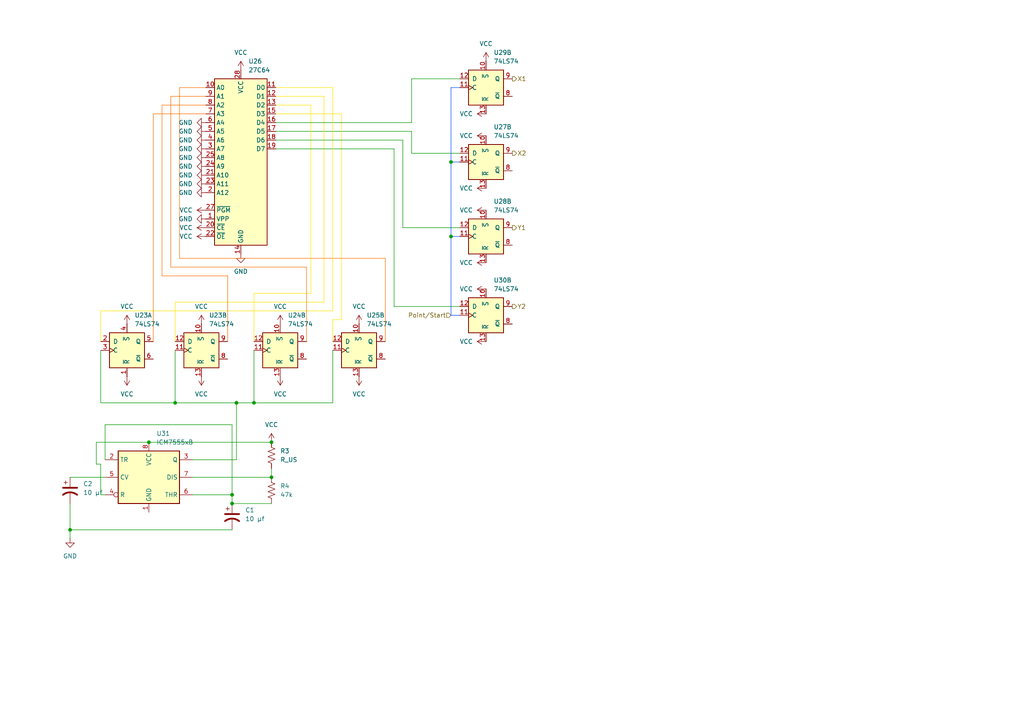
<source format=kicad_sch>
(kicad_sch
	(version 20231120)
	(generator "eeschema")
	(generator_version "8.0")
	(uuid "653c6fdb-c142-40a4-8504-7cca4b6e670f")
	(paper "A4")
	(lib_symbols
		(symbol "74xx:74LS74"
			(pin_names
				(offset 1.016)
			)
			(exclude_from_sim no)
			(in_bom yes)
			(on_board yes)
			(property "Reference" "U"
				(at -7.62 8.89 0)
				(effects
					(font
						(size 1.27 1.27)
					)
				)
			)
			(property "Value" "74LS74"
				(at -7.62 -8.89 0)
				(effects
					(font
						(size 1.27 1.27)
					)
				)
			)
			(property "Footprint" ""
				(at 0 0 0)
				(effects
					(font
						(size 1.27 1.27)
					)
					(hide yes)
				)
			)
			(property "Datasheet" "74xx/74hc_hct74.pdf"
				(at 0 0 0)
				(effects
					(font
						(size 1.27 1.27)
					)
					(hide yes)
				)
			)
			(property "Description" "Dual D Flip-flop, Set & Reset"
				(at 0 0 0)
				(effects
					(font
						(size 1.27 1.27)
					)
					(hide yes)
				)
			)
			(property "ki_locked" ""
				(at 0 0 0)
				(effects
					(font
						(size 1.27 1.27)
					)
				)
			)
			(property "ki_keywords" "TTL DFF"
				(at 0 0 0)
				(effects
					(font
						(size 1.27 1.27)
					)
					(hide yes)
				)
			)
			(property "ki_fp_filters" "DIP*W7.62mm*"
				(at 0 0 0)
				(effects
					(font
						(size 1.27 1.27)
					)
					(hide yes)
				)
			)
			(symbol "74LS74_1_0"
				(pin input line
					(at 0 -7.62 90)
					(length 2.54)
					(name "~{R}"
						(effects
							(font
								(size 1.27 1.27)
							)
						)
					)
					(number "1"
						(effects
							(font
								(size 1.27 1.27)
							)
						)
					)
				)
				(pin input line
					(at -7.62 2.54 0)
					(length 2.54)
					(name "D"
						(effects
							(font
								(size 1.27 1.27)
							)
						)
					)
					(number "2"
						(effects
							(font
								(size 1.27 1.27)
							)
						)
					)
				)
				(pin input clock
					(at -7.62 0 0)
					(length 2.54)
					(name "C"
						(effects
							(font
								(size 1.27 1.27)
							)
						)
					)
					(number "3"
						(effects
							(font
								(size 1.27 1.27)
							)
						)
					)
				)
				(pin input line
					(at 0 7.62 270)
					(length 2.54)
					(name "~{S}"
						(effects
							(font
								(size 1.27 1.27)
							)
						)
					)
					(number "4"
						(effects
							(font
								(size 1.27 1.27)
							)
						)
					)
				)
				(pin output line
					(at 7.62 2.54 180)
					(length 2.54)
					(name "Q"
						(effects
							(font
								(size 1.27 1.27)
							)
						)
					)
					(number "5"
						(effects
							(font
								(size 1.27 1.27)
							)
						)
					)
				)
				(pin output line
					(at 7.62 -2.54 180)
					(length 2.54)
					(name "~{Q}"
						(effects
							(font
								(size 1.27 1.27)
							)
						)
					)
					(number "6"
						(effects
							(font
								(size 1.27 1.27)
							)
						)
					)
				)
			)
			(symbol "74LS74_1_1"
				(rectangle
					(start -5.08 5.08)
					(end 5.08 -5.08)
					(stroke
						(width 0.254)
						(type default)
					)
					(fill
						(type background)
					)
				)
			)
			(symbol "74LS74_2_0"
				(pin input line
					(at 0 7.62 270)
					(length 2.54)
					(name "~{S}"
						(effects
							(font
								(size 1.27 1.27)
							)
						)
					)
					(number "10"
						(effects
							(font
								(size 1.27 1.27)
							)
						)
					)
				)
				(pin input clock
					(at -7.62 0 0)
					(length 2.54)
					(name "C"
						(effects
							(font
								(size 1.27 1.27)
							)
						)
					)
					(number "11"
						(effects
							(font
								(size 1.27 1.27)
							)
						)
					)
				)
				(pin input line
					(at -7.62 2.54 0)
					(length 2.54)
					(name "D"
						(effects
							(font
								(size 1.27 1.27)
							)
						)
					)
					(number "12"
						(effects
							(font
								(size 1.27 1.27)
							)
						)
					)
				)
				(pin input line
					(at 0 -7.62 90)
					(length 2.54)
					(name "~{R}"
						(effects
							(font
								(size 1.27 1.27)
							)
						)
					)
					(number "13"
						(effects
							(font
								(size 1.27 1.27)
							)
						)
					)
				)
				(pin output line
					(at 7.62 -2.54 180)
					(length 2.54)
					(name "~{Q}"
						(effects
							(font
								(size 1.27 1.27)
							)
						)
					)
					(number "8"
						(effects
							(font
								(size 1.27 1.27)
							)
						)
					)
				)
				(pin output line
					(at 7.62 2.54 180)
					(length 2.54)
					(name "Q"
						(effects
							(font
								(size 1.27 1.27)
							)
						)
					)
					(number "9"
						(effects
							(font
								(size 1.27 1.27)
							)
						)
					)
				)
			)
			(symbol "74LS74_2_1"
				(rectangle
					(start -5.08 5.08)
					(end 5.08 -5.08)
					(stroke
						(width 0.254)
						(type default)
					)
					(fill
						(type background)
					)
				)
			)
			(symbol "74LS74_3_0"
				(pin power_in line
					(at 0 10.16 270)
					(length 2.54)
					(name "VCC"
						(effects
							(font
								(size 1.27 1.27)
							)
						)
					)
					(number "14"
						(effects
							(font
								(size 1.27 1.27)
							)
						)
					)
				)
				(pin power_in line
					(at 0 -10.16 90)
					(length 2.54)
					(name "GND"
						(effects
							(font
								(size 1.27 1.27)
							)
						)
					)
					(number "7"
						(effects
							(font
								(size 1.27 1.27)
							)
						)
					)
				)
			)
			(symbol "74LS74_3_1"
				(rectangle
					(start -5.08 7.62)
					(end 5.08 -7.62)
					(stroke
						(width 0.254)
						(type default)
					)
					(fill
						(type background)
					)
				)
			)
		)
		(symbol "Device:C_Polarized_US"
			(pin_numbers hide)
			(pin_names
				(offset 0.254) hide)
			(exclude_from_sim no)
			(in_bom yes)
			(on_board yes)
			(property "Reference" "C"
				(at 0.635 2.54 0)
				(effects
					(font
						(size 1.27 1.27)
					)
					(justify left)
				)
			)
			(property "Value" "C_Polarized_US"
				(at 0.635 -2.54 0)
				(effects
					(font
						(size 1.27 1.27)
					)
					(justify left)
				)
			)
			(property "Footprint" ""
				(at 0 0 0)
				(effects
					(font
						(size 1.27 1.27)
					)
					(hide yes)
				)
			)
			(property "Datasheet" "~"
				(at 0 0 0)
				(effects
					(font
						(size 1.27 1.27)
					)
					(hide yes)
				)
			)
			(property "Description" "Polarized capacitor, US symbol"
				(at 0 0 0)
				(effects
					(font
						(size 1.27 1.27)
					)
					(hide yes)
				)
			)
			(property "ki_keywords" "cap capacitor"
				(at 0 0 0)
				(effects
					(font
						(size 1.27 1.27)
					)
					(hide yes)
				)
			)
			(property "ki_fp_filters" "CP_*"
				(at 0 0 0)
				(effects
					(font
						(size 1.27 1.27)
					)
					(hide yes)
				)
			)
			(symbol "C_Polarized_US_0_1"
				(polyline
					(pts
						(xy -2.032 0.762) (xy 2.032 0.762)
					)
					(stroke
						(width 0.508)
						(type default)
					)
					(fill
						(type none)
					)
				)
				(polyline
					(pts
						(xy -1.778 2.286) (xy -0.762 2.286)
					)
					(stroke
						(width 0)
						(type default)
					)
					(fill
						(type none)
					)
				)
				(polyline
					(pts
						(xy -1.27 1.778) (xy -1.27 2.794)
					)
					(stroke
						(width 0)
						(type default)
					)
					(fill
						(type none)
					)
				)
				(arc
					(start 2.032 -1.27)
					(mid 0 -0.5572)
					(end -2.032 -1.27)
					(stroke
						(width 0.508)
						(type default)
					)
					(fill
						(type none)
					)
				)
			)
			(symbol "C_Polarized_US_1_1"
				(pin passive line
					(at 0 3.81 270)
					(length 2.794)
					(name "~"
						(effects
							(font
								(size 1.27 1.27)
							)
						)
					)
					(number "1"
						(effects
							(font
								(size 1.27 1.27)
							)
						)
					)
				)
				(pin passive line
					(at 0 -3.81 90)
					(length 3.302)
					(name "~"
						(effects
							(font
								(size 1.27 1.27)
							)
						)
					)
					(number "2"
						(effects
							(font
								(size 1.27 1.27)
							)
						)
					)
				)
			)
		)
		(symbol "Device:R_US"
			(pin_numbers hide)
			(pin_names
				(offset 0)
			)
			(exclude_from_sim no)
			(in_bom yes)
			(on_board yes)
			(property "Reference" "R"
				(at 2.54 0 90)
				(effects
					(font
						(size 1.27 1.27)
					)
				)
			)
			(property "Value" "R_US"
				(at -2.54 0 90)
				(effects
					(font
						(size 1.27 1.27)
					)
				)
			)
			(property "Footprint" ""
				(at 1.016 -0.254 90)
				(effects
					(font
						(size 1.27 1.27)
					)
					(hide yes)
				)
			)
			(property "Datasheet" "~"
				(at 0 0 0)
				(effects
					(font
						(size 1.27 1.27)
					)
					(hide yes)
				)
			)
			(property "Description" "Resistor, US symbol"
				(at 0 0 0)
				(effects
					(font
						(size 1.27 1.27)
					)
					(hide yes)
				)
			)
			(property "ki_keywords" "R res resistor"
				(at 0 0 0)
				(effects
					(font
						(size 1.27 1.27)
					)
					(hide yes)
				)
			)
			(property "ki_fp_filters" "R_*"
				(at 0 0 0)
				(effects
					(font
						(size 1.27 1.27)
					)
					(hide yes)
				)
			)
			(symbol "R_US_0_1"
				(polyline
					(pts
						(xy 0 -2.286) (xy 0 -2.54)
					)
					(stroke
						(width 0)
						(type default)
					)
					(fill
						(type none)
					)
				)
				(polyline
					(pts
						(xy 0 2.286) (xy 0 2.54)
					)
					(stroke
						(width 0)
						(type default)
					)
					(fill
						(type none)
					)
				)
				(polyline
					(pts
						(xy 0 -0.762) (xy 1.016 -1.143) (xy 0 -1.524) (xy -1.016 -1.905) (xy 0 -2.286)
					)
					(stroke
						(width 0)
						(type default)
					)
					(fill
						(type none)
					)
				)
				(polyline
					(pts
						(xy 0 0.762) (xy 1.016 0.381) (xy 0 0) (xy -1.016 -0.381) (xy 0 -0.762)
					)
					(stroke
						(width 0)
						(type default)
					)
					(fill
						(type none)
					)
				)
				(polyline
					(pts
						(xy 0 2.286) (xy 1.016 1.905) (xy 0 1.524) (xy -1.016 1.143) (xy 0 0.762)
					)
					(stroke
						(width 0)
						(type default)
					)
					(fill
						(type none)
					)
				)
			)
			(symbol "R_US_1_1"
				(pin passive line
					(at 0 3.81 270)
					(length 1.27)
					(name "~"
						(effects
							(font
								(size 1.27 1.27)
							)
						)
					)
					(number "1"
						(effects
							(font
								(size 1.27 1.27)
							)
						)
					)
				)
				(pin passive line
					(at 0 -3.81 90)
					(length 1.27)
					(name "~"
						(effects
							(font
								(size 1.27 1.27)
							)
						)
					)
					(number "2"
						(effects
							(font
								(size 1.27 1.27)
							)
						)
					)
				)
			)
		)
		(symbol "Memory_EPROM:27C64"
			(exclude_from_sim no)
			(in_bom yes)
			(on_board yes)
			(property "Reference" "U"
				(at -7.62 24.13 0)
				(effects
					(font
						(size 1.27 1.27)
					)
				)
			)
			(property "Value" "27C64"
				(at 2.54 -26.67 0)
				(effects
					(font
						(size 1.27 1.27)
					)
					(justify left)
				)
			)
			(property "Footprint" "Package_DIP:DIP-28_W15.24mm"
				(at 0 0 0)
				(effects
					(font
						(size 1.27 1.27)
					)
					(hide yes)
				)
			)
			(property "Datasheet" "http://ww1.microchip.com/downloads/en/DeviceDoc/11107M.pdf"
				(at 0 0 0)
				(effects
					(font
						(size 1.27 1.27)
					)
					(hide yes)
				)
			)
			(property "Description" "OTP EPROM 64 KiBit, [Obsolete 2004-01]"
				(at 0 0 0)
				(effects
					(font
						(size 1.27 1.27)
					)
					(hide yes)
				)
			)
			(property "ki_keywords" "OTP EPROM 64KiBit"
				(at 0 0 0)
				(effects
					(font
						(size 1.27 1.27)
					)
					(hide yes)
				)
			)
			(property "ki_fp_filters" "DIP*W15.24mm*"
				(at 0 0 0)
				(effects
					(font
						(size 1.27 1.27)
					)
					(hide yes)
				)
			)
			(symbol "27C64_1_1"
				(rectangle
					(start -7.62 22.86)
					(end 7.62 -25.4)
					(stroke
						(width 0.254)
						(type default)
					)
					(fill
						(type background)
					)
				)
				(pin input line
					(at -10.16 -17.78 0)
					(length 2.54)
					(name "VPP"
						(effects
							(font
								(size 1.27 1.27)
							)
						)
					)
					(number "1"
						(effects
							(font
								(size 1.27 1.27)
							)
						)
					)
				)
				(pin input line
					(at -10.16 20.32 0)
					(length 2.54)
					(name "A0"
						(effects
							(font
								(size 1.27 1.27)
							)
						)
					)
					(number "10"
						(effects
							(font
								(size 1.27 1.27)
							)
						)
					)
				)
				(pin tri_state line
					(at 10.16 20.32 180)
					(length 2.54)
					(name "D0"
						(effects
							(font
								(size 1.27 1.27)
							)
						)
					)
					(number "11"
						(effects
							(font
								(size 1.27 1.27)
							)
						)
					)
				)
				(pin tri_state line
					(at 10.16 17.78 180)
					(length 2.54)
					(name "D1"
						(effects
							(font
								(size 1.27 1.27)
							)
						)
					)
					(number "12"
						(effects
							(font
								(size 1.27 1.27)
							)
						)
					)
				)
				(pin tri_state line
					(at 10.16 15.24 180)
					(length 2.54)
					(name "D2"
						(effects
							(font
								(size 1.27 1.27)
							)
						)
					)
					(number "13"
						(effects
							(font
								(size 1.27 1.27)
							)
						)
					)
				)
				(pin power_in line
					(at 0 -27.94 90)
					(length 2.54)
					(name "GND"
						(effects
							(font
								(size 1.27 1.27)
							)
						)
					)
					(number "14"
						(effects
							(font
								(size 1.27 1.27)
							)
						)
					)
				)
				(pin tri_state line
					(at 10.16 12.7 180)
					(length 2.54)
					(name "D3"
						(effects
							(font
								(size 1.27 1.27)
							)
						)
					)
					(number "15"
						(effects
							(font
								(size 1.27 1.27)
							)
						)
					)
				)
				(pin tri_state line
					(at 10.16 10.16 180)
					(length 2.54)
					(name "D4"
						(effects
							(font
								(size 1.27 1.27)
							)
						)
					)
					(number "16"
						(effects
							(font
								(size 1.27 1.27)
							)
						)
					)
				)
				(pin tri_state line
					(at 10.16 7.62 180)
					(length 2.54)
					(name "D5"
						(effects
							(font
								(size 1.27 1.27)
							)
						)
					)
					(number "17"
						(effects
							(font
								(size 1.27 1.27)
							)
						)
					)
				)
				(pin tri_state line
					(at 10.16 5.08 180)
					(length 2.54)
					(name "D6"
						(effects
							(font
								(size 1.27 1.27)
							)
						)
					)
					(number "18"
						(effects
							(font
								(size 1.27 1.27)
							)
						)
					)
				)
				(pin tri_state line
					(at 10.16 2.54 180)
					(length 2.54)
					(name "D7"
						(effects
							(font
								(size 1.27 1.27)
							)
						)
					)
					(number "19"
						(effects
							(font
								(size 1.27 1.27)
							)
						)
					)
				)
				(pin input line
					(at -10.16 -10.16 0)
					(length 2.54)
					(name "A12"
						(effects
							(font
								(size 1.27 1.27)
							)
						)
					)
					(number "2"
						(effects
							(font
								(size 1.27 1.27)
							)
						)
					)
				)
				(pin input line
					(at -10.16 -20.32 0)
					(length 2.54)
					(name "~{CE}"
						(effects
							(font
								(size 1.27 1.27)
							)
						)
					)
					(number "20"
						(effects
							(font
								(size 1.27 1.27)
							)
						)
					)
				)
				(pin input line
					(at -10.16 -5.08 0)
					(length 2.54)
					(name "A10"
						(effects
							(font
								(size 1.27 1.27)
							)
						)
					)
					(number "21"
						(effects
							(font
								(size 1.27 1.27)
							)
						)
					)
				)
				(pin input line
					(at -10.16 -22.86 0)
					(length 2.54)
					(name "~{OE}"
						(effects
							(font
								(size 1.27 1.27)
							)
						)
					)
					(number "22"
						(effects
							(font
								(size 1.27 1.27)
							)
						)
					)
				)
				(pin input line
					(at -10.16 -7.62 0)
					(length 2.54)
					(name "A11"
						(effects
							(font
								(size 1.27 1.27)
							)
						)
					)
					(number "23"
						(effects
							(font
								(size 1.27 1.27)
							)
						)
					)
				)
				(pin input line
					(at -10.16 -2.54 0)
					(length 2.54)
					(name "A9"
						(effects
							(font
								(size 1.27 1.27)
							)
						)
					)
					(number "24"
						(effects
							(font
								(size 1.27 1.27)
							)
						)
					)
				)
				(pin input line
					(at -10.16 0 0)
					(length 2.54)
					(name "A8"
						(effects
							(font
								(size 1.27 1.27)
							)
						)
					)
					(number "25"
						(effects
							(font
								(size 1.27 1.27)
							)
						)
					)
				)
				(pin no_connect line
					(at 7.62 0 180)
					(length 2.54) hide
					(name "NC"
						(effects
							(font
								(size 1.27 1.27)
							)
						)
					)
					(number "26"
						(effects
							(font
								(size 1.27 1.27)
							)
						)
					)
				)
				(pin input line
					(at -10.16 -15.24 0)
					(length 2.54)
					(name "~{PGM}"
						(effects
							(font
								(size 1.27 1.27)
							)
						)
					)
					(number "27"
						(effects
							(font
								(size 1.27 1.27)
							)
						)
					)
				)
				(pin power_in line
					(at 0 25.4 270)
					(length 2.54)
					(name "VCC"
						(effects
							(font
								(size 1.27 1.27)
							)
						)
					)
					(number "28"
						(effects
							(font
								(size 1.27 1.27)
							)
						)
					)
				)
				(pin input line
					(at -10.16 2.54 0)
					(length 2.54)
					(name "A7"
						(effects
							(font
								(size 1.27 1.27)
							)
						)
					)
					(number "3"
						(effects
							(font
								(size 1.27 1.27)
							)
						)
					)
				)
				(pin input line
					(at -10.16 5.08 0)
					(length 2.54)
					(name "A6"
						(effects
							(font
								(size 1.27 1.27)
							)
						)
					)
					(number "4"
						(effects
							(font
								(size 1.27 1.27)
							)
						)
					)
				)
				(pin input line
					(at -10.16 7.62 0)
					(length 2.54)
					(name "A5"
						(effects
							(font
								(size 1.27 1.27)
							)
						)
					)
					(number "5"
						(effects
							(font
								(size 1.27 1.27)
							)
						)
					)
				)
				(pin input line
					(at -10.16 10.16 0)
					(length 2.54)
					(name "A4"
						(effects
							(font
								(size 1.27 1.27)
							)
						)
					)
					(number "6"
						(effects
							(font
								(size 1.27 1.27)
							)
						)
					)
				)
				(pin input line
					(at -10.16 12.7 0)
					(length 2.54)
					(name "A3"
						(effects
							(font
								(size 1.27 1.27)
							)
						)
					)
					(number "7"
						(effects
							(font
								(size 1.27 1.27)
							)
						)
					)
				)
				(pin input line
					(at -10.16 15.24 0)
					(length 2.54)
					(name "A2"
						(effects
							(font
								(size 1.27 1.27)
							)
						)
					)
					(number "8"
						(effects
							(font
								(size 1.27 1.27)
							)
						)
					)
				)
				(pin input line
					(at -10.16 17.78 0)
					(length 2.54)
					(name "A1"
						(effects
							(font
								(size 1.27 1.27)
							)
						)
					)
					(number "9"
						(effects
							(font
								(size 1.27 1.27)
							)
						)
					)
				)
			)
		)
		(symbol "Timer:ICM7555xB"
			(exclude_from_sim no)
			(in_bom yes)
			(on_board yes)
			(property "Reference" "U"
				(at -10.16 8.89 0)
				(effects
					(font
						(size 1.27 1.27)
					)
					(justify left)
				)
			)
			(property "Value" "ICM7555xB"
				(at 2.54 8.89 0)
				(effects
					(font
						(size 1.27 1.27)
					)
					(justify left)
				)
			)
			(property "Footprint" "Package_SO:SOIC-8_3.9x4.9mm_P1.27mm"
				(at 21.59 -10.16 0)
				(effects
					(font
						(size 1.27 1.27)
					)
					(hide yes)
				)
			)
			(property "Datasheet" "http://www.intersil.com/content/dam/Intersil/documents/icm7/icm7555-56.pdf"
				(at 21.59 -10.16 0)
				(effects
					(font
						(size 1.27 1.27)
					)
					(hide yes)
				)
			)
			(property "Description" "CMOS General Purpose Timer, 555 compatible, SOIC-8"
				(at 0 0 0)
				(effects
					(font
						(size 1.27 1.27)
					)
					(hide yes)
				)
			)
			(property "ki_keywords" "single timer 555"
				(at 0 0 0)
				(effects
					(font
						(size 1.27 1.27)
					)
					(hide yes)
				)
			)
			(property "ki_fp_filters" "SOIC*3.9x4.9mm*P1.27mm*"
				(at 0 0 0)
				(effects
					(font
						(size 1.27 1.27)
					)
					(hide yes)
				)
			)
			(symbol "ICM7555xB_0_0"
				(pin power_in line
					(at 0 -10.16 90)
					(length 2.54)
					(name "GND"
						(effects
							(font
								(size 1.27 1.27)
							)
						)
					)
					(number "1"
						(effects
							(font
								(size 1.27 1.27)
							)
						)
					)
				)
				(pin power_in line
					(at 0 10.16 270)
					(length 2.54)
					(name "VCC"
						(effects
							(font
								(size 1.27 1.27)
							)
						)
					)
					(number "8"
						(effects
							(font
								(size 1.27 1.27)
							)
						)
					)
				)
			)
			(symbol "ICM7555xB_0_1"
				(rectangle
					(start -8.89 -7.62)
					(end 8.89 7.62)
					(stroke
						(width 0.254)
						(type default)
					)
					(fill
						(type background)
					)
				)
				(rectangle
					(start -8.89 -7.62)
					(end 8.89 7.62)
					(stroke
						(width 0.254)
						(type default)
					)
					(fill
						(type background)
					)
				)
			)
			(symbol "ICM7555xB_1_1"
				(pin input line
					(at -12.7 5.08 0)
					(length 3.81)
					(name "TR"
						(effects
							(font
								(size 1.27 1.27)
							)
						)
					)
					(number "2"
						(effects
							(font
								(size 1.27 1.27)
							)
						)
					)
				)
				(pin output line
					(at 12.7 5.08 180)
					(length 3.81)
					(name "Q"
						(effects
							(font
								(size 1.27 1.27)
							)
						)
					)
					(number "3"
						(effects
							(font
								(size 1.27 1.27)
							)
						)
					)
				)
				(pin input inverted
					(at -12.7 -5.08 0)
					(length 3.81)
					(name "R"
						(effects
							(font
								(size 1.27 1.27)
							)
						)
					)
					(number "4"
						(effects
							(font
								(size 1.27 1.27)
							)
						)
					)
				)
				(pin input line
					(at -12.7 0 0)
					(length 3.81)
					(name "CV"
						(effects
							(font
								(size 1.27 1.27)
							)
						)
					)
					(number "5"
						(effects
							(font
								(size 1.27 1.27)
							)
						)
					)
				)
				(pin input line
					(at 12.7 -5.08 180)
					(length 3.81)
					(name "THR"
						(effects
							(font
								(size 1.27 1.27)
							)
						)
					)
					(number "6"
						(effects
							(font
								(size 1.27 1.27)
							)
						)
					)
				)
				(pin input line
					(at 12.7 0 180)
					(length 3.81)
					(name "DIS"
						(effects
							(font
								(size 1.27 1.27)
							)
						)
					)
					(number "7"
						(effects
							(font
								(size 1.27 1.27)
							)
						)
					)
				)
			)
		)
		(symbol "power:GND"
			(power)
			(pin_numbers hide)
			(pin_names
				(offset 0) hide)
			(exclude_from_sim no)
			(in_bom yes)
			(on_board yes)
			(property "Reference" "#PWR"
				(at 0 -6.35 0)
				(effects
					(font
						(size 1.27 1.27)
					)
					(hide yes)
				)
			)
			(property "Value" "GND"
				(at 0 -3.81 0)
				(effects
					(font
						(size 1.27 1.27)
					)
				)
			)
			(property "Footprint" ""
				(at 0 0 0)
				(effects
					(font
						(size 1.27 1.27)
					)
					(hide yes)
				)
			)
			(property "Datasheet" ""
				(at 0 0 0)
				(effects
					(font
						(size 1.27 1.27)
					)
					(hide yes)
				)
			)
			(property "Description" "Power symbol creates a global label with name \"GND\" , ground"
				(at 0 0 0)
				(effects
					(font
						(size 1.27 1.27)
					)
					(hide yes)
				)
			)
			(property "ki_keywords" "global power"
				(at 0 0 0)
				(effects
					(font
						(size 1.27 1.27)
					)
					(hide yes)
				)
			)
			(symbol "GND_0_1"
				(polyline
					(pts
						(xy 0 0) (xy 0 -1.27) (xy 1.27 -1.27) (xy 0 -2.54) (xy -1.27 -1.27) (xy 0 -1.27)
					)
					(stroke
						(width 0)
						(type default)
					)
					(fill
						(type none)
					)
				)
			)
			(symbol "GND_1_1"
				(pin power_in line
					(at 0 0 270)
					(length 0)
					(name "~"
						(effects
							(font
								(size 1.27 1.27)
							)
						)
					)
					(number "1"
						(effects
							(font
								(size 1.27 1.27)
							)
						)
					)
				)
			)
		)
		(symbol "power:VCC"
			(power)
			(pin_numbers hide)
			(pin_names
				(offset 0) hide)
			(exclude_from_sim no)
			(in_bom yes)
			(on_board yes)
			(property "Reference" "#PWR"
				(at 0 -3.81 0)
				(effects
					(font
						(size 1.27 1.27)
					)
					(hide yes)
				)
			)
			(property "Value" "VCC"
				(at 0 3.556 0)
				(effects
					(font
						(size 1.27 1.27)
					)
				)
			)
			(property "Footprint" ""
				(at 0 0 0)
				(effects
					(font
						(size 1.27 1.27)
					)
					(hide yes)
				)
			)
			(property "Datasheet" ""
				(at 0 0 0)
				(effects
					(font
						(size 1.27 1.27)
					)
					(hide yes)
				)
			)
			(property "Description" "Power symbol creates a global label with name \"VCC\""
				(at 0 0 0)
				(effects
					(font
						(size 1.27 1.27)
					)
					(hide yes)
				)
			)
			(property "ki_keywords" "global power"
				(at 0 0 0)
				(effects
					(font
						(size 1.27 1.27)
					)
					(hide yes)
				)
			)
			(symbol "VCC_0_1"
				(polyline
					(pts
						(xy -0.762 1.27) (xy 0 2.54)
					)
					(stroke
						(width 0)
						(type default)
					)
					(fill
						(type none)
					)
				)
				(polyline
					(pts
						(xy 0 0) (xy 0 2.54)
					)
					(stroke
						(width 0)
						(type default)
					)
					(fill
						(type none)
					)
				)
				(polyline
					(pts
						(xy 0 2.54) (xy 0.762 1.27)
					)
					(stroke
						(width 0)
						(type default)
					)
					(fill
						(type none)
					)
				)
			)
			(symbol "VCC_1_1"
				(pin power_in line
					(at 0 0 90)
					(length 0)
					(name "~"
						(effects
							(font
								(size 1.27 1.27)
							)
						)
					)
					(number "1"
						(effects
							(font
								(size 1.27 1.27)
							)
						)
					)
				)
			)
		)
	)
	(junction
		(at 50.8 116.84)
		(diameter 0)
		(color 0 0 0 0)
		(uuid "11aa960c-ba23-4c78-a941-a70f7c9c269d")
	)
	(junction
		(at 78.74 138.43)
		(diameter 0)
		(color 0 0 0 0)
		(uuid "17349355-ba00-4b78-9193-5aaf87fdda33")
	)
	(junction
		(at 73.66 116.84)
		(diameter 0)
		(color 0 0 0 0)
		(uuid "178f0de6-97ee-41ee-b1d1-f38b2d9b59e9")
	)
	(junction
		(at 78.74 128.27)
		(diameter 0)
		(color 0 0 0 0)
		(uuid "203f2612-d1f3-41b9-adb7-21a0e3864372")
	)
	(junction
		(at 20.32 153.67)
		(diameter 0)
		(color 0 0 0 0)
		(uuid "3a1b5552-bcb7-40ed-a01c-e722a8d5e1c2")
	)
	(junction
		(at 43.18 128.27)
		(diameter 0)
		(color 0 0 0 0)
		(uuid "469094b7-5018-4c1b-b766-4bda856df774")
	)
	(junction
		(at 67.31 143.51)
		(diameter 0)
		(color 0 0 0 0)
		(uuid "52479efb-5f89-4498-a599-463c44ebf215")
	)
	(junction
		(at 130.81 68.58)
		(diameter 0)
		(color 0 0 0 0)
		(uuid "68ceca17-1b9b-413b-b52d-88fb39149082")
	)
	(junction
		(at 130.81 46.99)
		(diameter 0)
		(color 0 0 0 0)
		(uuid "d31b306e-7151-4b87-97b0-5059ad765ab8")
	)
	(junction
		(at 67.31 146.05)
		(diameter 0)
		(color 0 0 0 0)
		(uuid "df9b49be-2e78-484b-bc35-78345d821f38")
	)
	(junction
		(at 68.58 116.84)
		(diameter 0)
		(color 0 0 0 0)
		(uuid "fd739b0b-a117-44eb-8e98-deae4d712665")
	)
	(wire
		(pts
			(xy 130.81 68.58) (xy 133.35 68.58)
		)
		(stroke
			(width 0)
			(type default)
			(color 0 65 255 1)
		)
		(uuid "0319ed20-fc90-4ae3-b058-7c05374066dc")
	)
	(wire
		(pts
			(xy 29.21 134.62) (xy 29.21 143.51)
		)
		(stroke
			(width 0)
			(type default)
		)
		(uuid "0694a0a6-5864-4a21-8216-4f3000a3387b")
	)
	(wire
		(pts
			(xy 27.94 134.62) (xy 27.94 128.27)
		)
		(stroke
			(width 0)
			(type default)
		)
		(uuid "0a14fd5c-67b7-42e3-9141-062f3b90dc75")
	)
	(wire
		(pts
			(xy 52.07 25.4) (xy 59.69 25.4)
		)
		(stroke
			(width 0)
			(type default)
			(color 255 111 0 1)
		)
		(uuid "0df01ab5-2dfb-4788-9771-b1d1ea99be92")
	)
	(wire
		(pts
			(xy 78.74 138.43) (xy 55.88 138.43)
		)
		(stroke
			(width 0)
			(type default)
		)
		(uuid "10932f3a-80c8-4233-9061-aca6a40876c1")
	)
	(wire
		(pts
			(xy 130.81 25.4) (xy 130.81 46.99)
		)
		(stroke
			(width 0)
			(type default)
			(color 0 65 255 1)
		)
		(uuid "160d1fef-e048-462c-be78-65e70048a02b")
	)
	(wire
		(pts
			(xy 116.84 66.04) (xy 116.84 40.64)
		)
		(stroke
			(width 0)
			(type default)
		)
		(uuid "163cfb34-035e-4867-a5d1-8a58b98eaad2")
	)
	(wire
		(pts
			(xy 73.66 85.09) (xy 90.17 85.09)
		)
		(stroke
			(width 0)
			(type default)
			(color 255 228 0 1)
		)
		(uuid "1d355509-cf6d-45b3-baa3-4e1b16b34070")
	)
	(wire
		(pts
			(xy 80.01 35.56) (xy 119.38 35.56)
		)
		(stroke
			(width 0)
			(type default)
		)
		(uuid "229bb6c1-3481-488d-83bd-26b798d5f43b")
	)
	(wire
		(pts
			(xy 66.04 80.01) (xy 46.99 80.01)
		)
		(stroke
			(width 0)
			(type default)
			(color 255 111 0 1)
		)
		(uuid "26422e92-cca5-453a-87bb-c64a1d23b692")
	)
	(wire
		(pts
			(xy 27.94 128.27) (xy 43.18 128.27)
		)
		(stroke
			(width 0)
			(type default)
		)
		(uuid "2ce2829c-fa33-4cdf-a5b9-526bbfd035f1")
	)
	(wire
		(pts
			(xy 133.35 88.9) (xy 114.3 88.9)
		)
		(stroke
			(width 0)
			(type default)
		)
		(uuid "34af1d1a-233b-4b94-af13-0742ef3d37de")
	)
	(wire
		(pts
			(xy 52.07 74.93) (xy 52.07 25.4)
		)
		(stroke
			(width 0)
			(type default)
			(color 255 111 0 1)
		)
		(uuid "38980608-8774-45a8-adbe-d1a475bb5051")
	)
	(wire
		(pts
			(xy 88.9 99.06) (xy 88.9 77.47)
		)
		(stroke
			(width 0)
			(type default)
			(color 255 111 0 1)
		)
		(uuid "38f5a2d2-d001-40a2-b43a-1f6bb7aef02c")
	)
	(wire
		(pts
			(xy 20.32 153.67) (xy 20.32 156.21)
		)
		(stroke
			(width 0)
			(type default)
		)
		(uuid "429fed03-55da-4733-bbe8-63ede7552c6d")
	)
	(wire
		(pts
			(xy 96.52 25.4) (xy 80.01 25.4)
		)
		(stroke
			(width 0)
			(type default)
			(color 255 228 0 1)
		)
		(uuid "435ff13d-6403-4ac9-aac5-b50bac3e6356")
	)
	(wire
		(pts
			(xy 114.3 43.18) (xy 80.01 43.18)
		)
		(stroke
			(width 0)
			(type default)
		)
		(uuid "44f677ff-bc0f-4037-ba2d-df75f1c8160a")
	)
	(wire
		(pts
			(xy 96.52 90.17) (xy 96.52 25.4)
		)
		(stroke
			(width 0)
			(type default)
			(color 255 228 0 1)
		)
		(uuid "4825e413-86f7-48dc-aa2d-ed801e700622")
	)
	(wire
		(pts
			(xy 50.8 101.6) (xy 50.8 116.84)
		)
		(stroke
			(width 0)
			(type default)
		)
		(uuid "4dc741ed-1ed6-4949-ad67-268fc6735c25")
	)
	(wire
		(pts
			(xy 114.3 88.9) (xy 114.3 43.18)
		)
		(stroke
			(width 0)
			(type default)
		)
		(uuid "4f05a72d-7785-4a10-8256-ac01612f96f7")
	)
	(wire
		(pts
			(xy 68.58 133.35) (xy 68.58 116.84)
		)
		(stroke
			(width 0)
			(type default)
		)
		(uuid "527db628-ab0a-4a58-b310-cd231291d83f")
	)
	(wire
		(pts
			(xy 99.06 33.02) (xy 80.01 33.02)
		)
		(stroke
			(width 0)
			(type default)
			(color 255 228 0 1)
		)
		(uuid "57b142f7-9627-43b9-8c33-084ddabaced3")
	)
	(wire
		(pts
			(xy 55.88 133.35) (xy 68.58 133.35)
		)
		(stroke
			(width 0)
			(type default)
		)
		(uuid "628b86ab-e380-486b-93f1-a48d6e427cf9")
	)
	(wire
		(pts
			(xy 29.21 90.17) (xy 96.52 90.17)
		)
		(stroke
			(width 0)
			(type default)
			(color 255 228 0 1)
		)
		(uuid "6f19bfbf-16c7-48f8-866e-46c41504fef8")
	)
	(wire
		(pts
			(xy 29.21 101.6) (xy 29.21 116.84)
		)
		(stroke
			(width 0)
			(type default)
		)
		(uuid "6f68b5be-dc23-4806-a3e2-dfef3b876b71")
	)
	(wire
		(pts
			(xy 119.38 38.1) (xy 80.01 38.1)
		)
		(stroke
			(width 0)
			(type default)
		)
		(uuid "70922061-daa7-4dd0-98dc-2384e3f8587a")
	)
	(wire
		(pts
			(xy 73.66 116.84) (xy 96.52 116.84)
		)
		(stroke
			(width 0)
			(type default)
		)
		(uuid "726be185-68b7-4267-b951-0a2bf78fb13c")
	)
	(wire
		(pts
			(xy 49.53 77.47) (xy 49.53 27.94)
		)
		(stroke
			(width 0)
			(type default)
			(color 255 111 0 1)
		)
		(uuid "74044d3c-9c34-413a-997b-2029d99fa0a4")
	)
	(wire
		(pts
			(xy 96.52 92.71) (xy 99.06 92.71)
		)
		(stroke
			(width 0)
			(type default)
			(color 255 228 0 1)
		)
		(uuid "78724e1c-2d6c-44be-985b-0a141c24a841")
	)
	(wire
		(pts
			(xy 90.17 85.09) (xy 90.17 30.48)
		)
		(stroke
			(width 0)
			(type default)
			(color 255 228 0 1)
		)
		(uuid "7ae5fe1f-ce02-45fe-8800-c83ef068404e")
	)
	(wire
		(pts
			(xy 78.74 146.05) (xy 67.31 146.05)
		)
		(stroke
			(width 0)
			(type default)
		)
		(uuid "7fce31f4-2dea-45ee-bfdf-e2df3907665b")
	)
	(wire
		(pts
			(xy 50.8 116.84) (xy 68.58 116.84)
		)
		(stroke
			(width 0)
			(type default)
		)
		(uuid "84577b8f-37f6-4620-bc17-0fd1213d9a79")
	)
	(wire
		(pts
			(xy 78.74 135.89) (xy 78.74 138.43)
		)
		(stroke
			(width 0)
			(type default)
		)
		(uuid "851cf01b-5574-438c-9c14-c954fe333ee3")
	)
	(wire
		(pts
			(xy 119.38 22.86) (xy 133.35 22.86)
		)
		(stroke
			(width 0)
			(type default)
		)
		(uuid "86fb5022-3662-43ae-a0bf-c44dff851dfc")
	)
	(wire
		(pts
			(xy 73.66 101.6) (xy 73.66 116.84)
		)
		(stroke
			(width 0)
			(type default)
		)
		(uuid "88e8e6ba-19a1-495d-adc5-009804d11350")
	)
	(wire
		(pts
			(xy 90.17 30.48) (xy 80.01 30.48)
		)
		(stroke
			(width 0)
			(type default)
			(color 255 228 0 1)
		)
		(uuid "897e532f-b329-4ae4-acc9-592b32961e1c")
	)
	(wire
		(pts
			(xy 133.35 91.44) (xy 130.81 91.44)
		)
		(stroke
			(width 0)
			(type default)
			(color 0 65 255 1)
		)
		(uuid "8a4d64fa-9ccb-4af3-87dd-33c8918d1d91")
	)
	(wire
		(pts
			(xy 93.98 87.63) (xy 93.98 27.94)
		)
		(stroke
			(width 0)
			(type default)
			(color 255 228 0 1)
		)
		(uuid "8d7fd95c-4a0f-420a-a07c-d9b35d89783d")
	)
	(wire
		(pts
			(xy 133.35 66.04) (xy 116.84 66.04)
		)
		(stroke
			(width 0)
			(type default)
		)
		(uuid "930c572f-c5e1-4474-8dfa-1e6ff9503e92")
	)
	(wire
		(pts
			(xy 111.76 74.93) (xy 52.07 74.93)
		)
		(stroke
			(width 0)
			(type default)
			(color 255 111 0 1)
		)
		(uuid "952a0aab-f505-40f0-9b17-248cfb978ff7")
	)
	(wire
		(pts
			(xy 29.21 99.06) (xy 29.21 90.17)
		)
		(stroke
			(width 0)
			(type default)
			(color 255 228 0 1)
		)
		(uuid "97030e47-a242-4200-b967-ce75ffb7148a")
	)
	(wire
		(pts
			(xy 50.8 87.63) (xy 93.98 87.63)
		)
		(stroke
			(width 0)
			(type default)
			(color 255 228 0 1)
		)
		(uuid "98d72864-46be-4cca-897d-fdc101b83362")
	)
	(wire
		(pts
			(xy 93.98 27.94) (xy 80.01 27.94)
		)
		(stroke
			(width 0)
			(type default)
			(color 255 228 0 1)
		)
		(uuid "9a8387a4-dab8-4d39-9ab1-79a482fe9b95")
	)
	(wire
		(pts
			(xy 67.31 123.19) (xy 30.48 123.19)
		)
		(stroke
			(width 0)
			(type default)
		)
		(uuid "9a8c8f01-0277-44e8-b97f-2c99895026aa")
	)
	(wire
		(pts
			(xy 29.21 116.84) (xy 50.8 116.84)
		)
		(stroke
			(width 0)
			(type default)
		)
		(uuid "9b6e3532-9b5b-4d5d-a205-7788aaae9166")
	)
	(wire
		(pts
			(xy 133.35 25.4) (xy 130.81 25.4)
		)
		(stroke
			(width 0)
			(type default)
			(color 4 75 255 1)
		)
		(uuid "9ea04d64-aaa5-4ebd-b094-5846b169e2ff")
	)
	(wire
		(pts
			(xy 67.31 146.05) (xy 67.31 143.51)
		)
		(stroke
			(width 0)
			(type default)
		)
		(uuid "9f455225-2624-4e09-8799-7a172089bfd6")
	)
	(wire
		(pts
			(xy 29.21 134.62) (xy 27.94 134.62)
		)
		(stroke
			(width 0)
			(type default)
		)
		(uuid "a3ece344-8504-4259-a047-280e3ce75163")
	)
	(wire
		(pts
			(xy 66.04 99.06) (xy 66.04 80.01)
		)
		(stroke
			(width 0)
			(type default)
			(color 255 111 0 1)
		)
		(uuid "a40c0de7-aad4-4445-9d8a-fbdfe049cbd1")
	)
	(wire
		(pts
			(xy 133.35 44.45) (xy 119.38 44.45)
		)
		(stroke
			(width 0)
			(type default)
		)
		(uuid "aa4ce1a7-2bdf-4ab0-b918-88a13ab19d91")
	)
	(wire
		(pts
			(xy 44.45 33.02) (xy 59.69 33.02)
		)
		(stroke
			(width 0)
			(type default)
			(color 255 111 0 1)
		)
		(uuid "abe17adf-3d1a-4855-8edb-a295caed09bb")
	)
	(wire
		(pts
			(xy 88.9 77.47) (xy 49.53 77.47)
		)
		(stroke
			(width 0)
			(type default)
			(color 255 111 0 1)
		)
		(uuid "acce48e5-65b2-427e-b630-e94dd63d0f04")
	)
	(wire
		(pts
			(xy 119.38 44.45) (xy 119.38 38.1)
		)
		(stroke
			(width 0)
			(type default)
		)
		(uuid "b4b19d57-0c75-4682-8621-6cb59160b16b")
	)
	(wire
		(pts
			(xy 116.84 40.64) (xy 80.01 40.64)
		)
		(stroke
			(width 0)
			(type default)
		)
		(uuid "b6298923-8a41-4f30-8639-9deb59c66a21")
	)
	(wire
		(pts
			(xy 67.31 143.51) (xy 55.88 143.51)
		)
		(stroke
			(width 0)
			(type default)
		)
		(uuid "b960e906-fdf8-46d8-88d6-9700ead35ca1")
	)
	(wire
		(pts
			(xy 30.48 123.19) (xy 30.48 133.35)
		)
		(stroke
			(width 0)
			(type default)
		)
		(uuid "badb66dc-5eb6-44f1-a7c1-8588640a837e")
	)
	(wire
		(pts
			(xy 44.45 99.06) (xy 44.45 33.02)
		)
		(stroke
			(width 0)
			(type default)
			(color 255 111 0 1)
		)
		(uuid "bdd9f9be-3fd9-48ab-a510-cb185d3aae91")
	)
	(wire
		(pts
			(xy 20.32 138.43) (xy 30.48 138.43)
		)
		(stroke
			(width 0)
			(type default)
		)
		(uuid "c29aad2c-9ff3-4e5f-b606-bb452fe17279")
	)
	(wire
		(pts
			(xy 20.32 153.67) (xy 67.31 153.67)
		)
		(stroke
			(width 0)
			(type default)
		)
		(uuid "c72e9fc8-30f7-419a-87a7-af7113916696")
	)
	(wire
		(pts
			(xy 96.52 99.06) (xy 96.52 92.71)
		)
		(stroke
			(width 0)
			(type default)
			(color 255 228 0 1)
		)
		(uuid "c769fd80-7f12-4ee4-b88d-d8abd51cdd7a")
	)
	(wire
		(pts
			(xy 50.8 99.06) (xy 50.8 87.63)
		)
		(stroke
			(width 0)
			(type default)
			(color 255 228 0 1)
		)
		(uuid "c9a1feab-4b2e-4dab-a066-5c24ad690630")
	)
	(wire
		(pts
			(xy 29.21 143.51) (xy 30.48 143.51)
		)
		(stroke
			(width 0)
			(type default)
		)
		(uuid "caa13b2e-b3cd-411c-a245-a64c93d93c12")
	)
	(wire
		(pts
			(xy 111.76 99.06) (xy 111.76 74.93)
		)
		(stroke
			(width 0)
			(type default)
			(color 255 111 0 1)
		)
		(uuid "cf87b698-7aee-4008-9e72-89b5d58d2c07")
	)
	(wire
		(pts
			(xy 130.81 91.44) (xy 130.81 68.58)
		)
		(stroke
			(width 0)
			(type default)
			(color 0 65 255 1)
		)
		(uuid "d17c171d-69d0-4b57-a4bb-abbdd6040b51")
	)
	(wire
		(pts
			(xy 46.99 80.01) (xy 46.99 30.48)
		)
		(stroke
			(width 0)
			(type default)
			(color 255 111 0 1)
		)
		(uuid "d3e25638-5bd6-40be-9526-bdc66b775fd9")
	)
	(wire
		(pts
			(xy 99.06 92.71) (xy 99.06 33.02)
		)
		(stroke
			(width 0)
			(type default)
			(color 255 228 0 1)
		)
		(uuid "d9ee8636-225d-4e36-b68b-70831915f556")
	)
	(wire
		(pts
			(xy 49.53 27.94) (xy 59.69 27.94)
		)
		(stroke
			(width 0)
			(type default)
			(color 255 111 0 1)
		)
		(uuid "dd6e585b-4fb7-4b50-a8f2-7bd41a33cc58")
	)
	(wire
		(pts
			(xy 43.18 128.27) (xy 78.74 128.27)
		)
		(stroke
			(width 0)
			(type default)
		)
		(uuid "e027c2ec-74d6-46f7-a9aa-ce32d03035e1")
	)
	(wire
		(pts
			(xy 20.32 146.05) (xy 20.32 153.67)
		)
		(stroke
			(width 0)
			(type default)
		)
		(uuid "e1d70869-465e-4fa3-8ea0-9c24d3aab1fc")
	)
	(wire
		(pts
			(xy 130.81 46.99) (xy 130.81 68.58)
		)
		(stroke
			(width 0)
			(type default)
			(color 0 65 255 1)
		)
		(uuid "e266ac8f-6947-4f1a-9648-f0447f82ad95")
	)
	(wire
		(pts
			(xy 73.66 99.06) (xy 73.66 85.09)
		)
		(stroke
			(width 0)
			(type default)
			(color 255 228 0 1)
		)
		(uuid "e2cef5df-7fca-4cbf-b9e5-9db24892ebaa")
	)
	(wire
		(pts
			(xy 67.31 143.51) (xy 67.31 123.19)
		)
		(stroke
			(width 0)
			(type default)
		)
		(uuid "e3d66546-f8ca-42a3-9e7e-2ca86ba4af01")
	)
	(wire
		(pts
			(xy 68.58 116.84) (xy 73.66 116.84)
		)
		(stroke
			(width 0)
			(type default)
		)
		(uuid "e4d5f7ad-5d31-426c-9eea-826d1a9df7fb")
	)
	(wire
		(pts
			(xy 133.35 46.99) (xy 130.81 46.99)
		)
		(stroke
			(width 0)
			(type default)
			(color 0 65 255 1)
		)
		(uuid "eee7a2be-7c20-4a86-9600-341771bbf0fc")
	)
	(wire
		(pts
			(xy 119.38 35.56) (xy 119.38 22.86)
		)
		(stroke
			(width 0)
			(type default)
		)
		(uuid "f824fbe3-7f75-44ea-910f-c8589c366b54")
	)
	(wire
		(pts
			(xy 96.52 116.84) (xy 96.52 101.6)
		)
		(stroke
			(width 0)
			(type default)
		)
		(uuid "fad19c01-f8ce-4fbe-88e3-f2c8fa300016")
	)
	(wire
		(pts
			(xy 46.99 30.48) (xy 59.69 30.48)
		)
		(stroke
			(width 0)
			(type default)
			(color 255 111 0 1)
		)
		(uuid "fd6e49ae-2255-4ac6-8e9b-e9d5ee959f63")
	)
	(hierarchical_label "Y2"
		(shape output)
		(at 148.59 88.9 0)
		(fields_autoplaced yes)
		(effects
			(font
				(size 1.27 1.27)
			)
			(justify left)
		)
		(uuid "06b563e6-aab0-43f1-9646-aa1874764015")
	)
	(hierarchical_label "Point{slash}Start"
		(shape input)
		(at 130.81 91.44 180)
		(fields_autoplaced yes)
		(effects
			(font
				(size 1.27 1.27)
			)
			(justify right)
		)
		(uuid "3e09add9-eb8a-481d-a274-af5a092409ee")
	)
	(hierarchical_label "Y1"
		(shape output)
		(at 148.59 66.04 0)
		(fields_autoplaced yes)
		(effects
			(font
				(size 1.27 1.27)
			)
			(justify left)
		)
		(uuid "74146554-7308-43ed-bb9c-7348623ee79f")
	)
	(hierarchical_label "X1"
		(shape output)
		(at 148.59 22.86 0)
		(fields_autoplaced yes)
		(effects
			(font
				(size 1.27 1.27)
			)
			(justify left)
		)
		(uuid "b32942e3-2f98-4cfb-b809-df13d4a8950a")
	)
	(hierarchical_label "X2"
		(shape output)
		(at 148.59 44.45 0)
		(fields_autoplaced yes)
		(effects
			(font
				(size 1.27 1.27)
			)
			(justify left)
		)
		(uuid "de6c2597-3b83-4c9f-a555-2e83a9b96c78")
	)
	(symbol
		(lib_id "74xx:74LS74")
		(at 81.28 101.6 0)
		(unit 2)
		(exclude_from_sim no)
		(in_bom yes)
		(on_board yes)
		(dnp no)
		(fields_autoplaced yes)
		(uuid "006dc7f9-3238-4c2c-9af3-6a233f6864f0")
		(property "Reference" "U24"
			(at 83.4741 91.44 0)
			(effects
				(font
					(size 1.27 1.27)
				)
				(justify left)
			)
		)
		(property "Value" "74LS74"
			(at 83.4741 93.98 0)
			(effects
				(font
					(size 1.27 1.27)
				)
				(justify left)
			)
		)
		(property "Footprint" ""
			(at 81.28 101.6 0)
			(effects
				(font
					(size 1.27 1.27)
				)
				(hide yes)
			)
		)
		(property "Datasheet" "74xx/74hc_hct74.pdf"
			(at 81.28 101.6 0)
			(effects
				(font
					(size 1.27 1.27)
				)
				(hide yes)
			)
		)
		(property "Description" "Dual D Flip-flop, Set & Reset"
			(at 81.28 101.6 0)
			(effects
				(font
					(size 1.27 1.27)
				)
				(hide yes)
			)
		)
		(pin "8"
			(uuid "547a846e-024a-4a00-8995-d08f537ba362")
		)
		(pin "6"
			(uuid "b366adc6-cfc2-433a-bf61-03b3cd8994b9")
		)
		(pin "1"
			(uuid "42522f36-0e4f-4371-98a9-cdaffa3a134d")
		)
		(pin "11"
			(uuid "c9ddfea0-6667-477b-8667-86b13487ee34")
		)
		(pin "2"
			(uuid "4035fb9b-483b-4e04-bf33-06c0f27a8f67")
		)
		(pin "12"
			(uuid "7f3401cd-c8db-44f5-b7d3-c5a7ef05dcb1")
		)
		(pin "5"
			(uuid "d05da27e-73a6-458d-b472-bf810e565f3a")
		)
		(pin "13"
			(uuid "9361e8f1-bfd9-43c4-abf9-a32dbaa76eb4")
		)
		(pin "14"
			(uuid "8d31f603-db0b-420e-9b05-96beacf739f8")
		)
		(pin "9"
			(uuid "77edfce1-a428-459a-bac2-43afec3e6ca9")
		)
		(pin "3"
			(uuid "e8171b48-2acb-49b7-a409-568b1c908aa7")
		)
		(pin "10"
			(uuid "ba1164de-4425-4632-beb9-c99d9bcc65a3")
		)
		(pin "7"
			(uuid "be9862e7-b12d-4651-8cb3-e73a8faea4b5")
		)
		(pin "4"
			(uuid "0256069f-5874-4ddf-a616-21214d3a12a3")
		)
		(instances
			(project "Pac-Man"
				(path "/5d392bb7-a2f8-4373-a070-9bf2073d9b08/085426c3-8dfa-4986-a50f-67a326f579f7"
					(reference "U24")
					(unit 2)
				)
			)
		)
	)
	(symbol
		(lib_id "power:VCC")
		(at 140.97 33.02 90)
		(unit 1)
		(exclude_from_sim no)
		(in_bom yes)
		(on_board yes)
		(dnp no)
		(fields_autoplaced yes)
		(uuid "09349b98-a823-48fa-adc1-1023261ca485")
		(property "Reference" "#PWR034"
			(at 144.78 33.02 0)
			(effects
				(font
					(size 1.27 1.27)
				)
				(hide yes)
			)
		)
		(property "Value" "VCC"
			(at 137.16 33.0199 90)
			(effects
				(font
					(size 1.27 1.27)
				)
				(justify left)
			)
		)
		(property "Footprint" ""
			(at 140.97 33.02 0)
			(effects
				(font
					(size 1.27 1.27)
				)
				(hide yes)
			)
		)
		(property "Datasheet" ""
			(at 140.97 33.02 0)
			(effects
				(font
					(size 1.27 1.27)
				)
				(hide yes)
			)
		)
		(property "Description" "Power symbol creates a global label with name \"VCC\""
			(at 140.97 33.02 0)
			(effects
				(font
					(size 1.27 1.27)
				)
				(hide yes)
			)
		)
		(pin "1"
			(uuid "1c866d4e-b04d-49c5-bc84-2e1a64cf499d")
		)
		(instances
			(project "Pac-Man"
				(path "/5d392bb7-a2f8-4373-a070-9bf2073d9b08/085426c3-8dfa-4986-a50f-67a326f579f7"
					(reference "#PWR034")
					(unit 1)
				)
			)
		)
	)
	(symbol
		(lib_id "power:GND")
		(at 59.69 63.5 270)
		(unit 1)
		(exclude_from_sim no)
		(in_bom yes)
		(on_board yes)
		(dnp no)
		(fields_autoplaced yes)
		(uuid "13da3965-3d92-4105-b0d8-1d6af62cf5e8")
		(property "Reference" "#PWR047"
			(at 53.34 63.5 0)
			(effects
				(font
					(size 1.27 1.27)
				)
				(hide yes)
			)
		)
		(property "Value" "GND"
			(at 55.88 63.4999 90)
			(effects
				(font
					(size 1.27 1.27)
				)
				(justify right)
			)
		)
		(property "Footprint" ""
			(at 59.69 63.5 0)
			(effects
				(font
					(size 1.27 1.27)
				)
				(hide yes)
			)
		)
		(property "Datasheet" ""
			(at 59.69 63.5 0)
			(effects
				(font
					(size 1.27 1.27)
				)
				(hide yes)
			)
		)
		(property "Description" "Power symbol creates a global label with name \"GND\" , ground"
			(at 59.69 63.5 0)
			(effects
				(font
					(size 1.27 1.27)
				)
				(hide yes)
			)
		)
		(pin "1"
			(uuid "2b831c80-1552-4545-8384-72b2d7c2fc64")
		)
		(instances
			(project ""
				(path "/5d392bb7-a2f8-4373-a070-9bf2073d9b08/085426c3-8dfa-4986-a50f-67a326f579f7"
					(reference "#PWR047")
					(unit 1)
				)
			)
		)
	)
	(symbol
		(lib_id "Device:R_US")
		(at 78.74 132.08 0)
		(unit 1)
		(exclude_from_sim no)
		(in_bom yes)
		(on_board yes)
		(dnp no)
		(fields_autoplaced yes)
		(uuid "18129c62-2174-4b0e-bb46-8239ff8e71c0")
		(property "Reference" "R3"
			(at 81.28 130.8099 0)
			(effects
				(font
					(size 1.27 1.27)
				)
				(justify left)
			)
		)
		(property "Value" "R_US"
			(at 81.28 133.3499 0)
			(effects
				(font
					(size 1.27 1.27)
				)
				(justify left)
			)
		)
		(property "Footprint" ""
			(at 79.756 132.334 90)
			(effects
				(font
					(size 1.27 1.27)
				)
				(hide yes)
			)
		)
		(property "Datasheet" "~"
			(at 78.74 132.08 0)
			(effects
				(font
					(size 1.27 1.27)
				)
				(hide yes)
			)
		)
		(property "Description" "Resistor, US symbol"
			(at 78.74 132.08 0)
			(effects
				(font
					(size 1.27 1.27)
				)
				(hide yes)
			)
		)
		(pin "2"
			(uuid "73ddb9e3-ae4c-4fe1-8922-ead25e716125")
		)
		(pin "1"
			(uuid "df97888e-171c-4d20-8007-801e32437236")
		)
		(instances
			(project ""
				(path "/5d392bb7-a2f8-4373-a070-9bf2073d9b08/085426c3-8dfa-4986-a50f-67a326f579f7"
					(reference "R3")
					(unit 1)
				)
			)
		)
	)
	(symbol
		(lib_id "74xx:74LS74")
		(at 104.14 101.6 0)
		(unit 2)
		(exclude_from_sim no)
		(in_bom yes)
		(on_board yes)
		(dnp no)
		(fields_autoplaced yes)
		(uuid "36cbf752-23f6-4fde-9a5c-a2becd97c9dd")
		(property "Reference" "U25"
			(at 106.3341 91.44 0)
			(effects
				(font
					(size 1.27 1.27)
				)
				(justify left)
			)
		)
		(property "Value" "74LS74"
			(at 106.3341 93.98 0)
			(effects
				(font
					(size 1.27 1.27)
				)
				(justify left)
			)
		)
		(property "Footprint" ""
			(at 104.14 101.6 0)
			(effects
				(font
					(size 1.27 1.27)
				)
				(hide yes)
			)
		)
		(property "Datasheet" "74xx/74hc_hct74.pdf"
			(at 104.14 101.6 0)
			(effects
				(font
					(size 1.27 1.27)
				)
				(hide yes)
			)
		)
		(property "Description" "Dual D Flip-flop, Set & Reset"
			(at 104.14 101.6 0)
			(effects
				(font
					(size 1.27 1.27)
				)
				(hide yes)
			)
		)
		(pin "8"
			(uuid "5a773371-a27b-48b0-884f-18b6333a70bf")
		)
		(pin "6"
			(uuid "b366adc6-cfc2-433a-bf61-03b3cd8994ba")
		)
		(pin "1"
			(uuid "42522f36-0e4f-4371-98a9-cdaffa3a134e")
		)
		(pin "11"
			(uuid "f3a4ad30-0574-4587-9824-b7fa37d25188")
		)
		(pin "2"
			(uuid "4035fb9b-483b-4e04-bf33-06c0f27a8f68")
		)
		(pin "12"
			(uuid "c3e8bab7-f908-421d-b317-f0bc3dc6e276")
		)
		(pin "5"
			(uuid "d05da27e-73a6-458d-b472-bf810e565f3b")
		)
		(pin "13"
			(uuid "ba57dd2e-f81a-46c4-a697-5ecddc8ab522")
		)
		(pin "14"
			(uuid "8d31f603-db0b-420e-9b05-96beacf739f9")
		)
		(pin "9"
			(uuid "c4f02ea0-3fa2-4109-9842-1053faa1b70a")
		)
		(pin "3"
			(uuid "e8171b48-2acb-49b7-a409-568b1c908aa8")
		)
		(pin "10"
			(uuid "1e2a7a10-b1ef-4ce4-a016-06758b9671f6")
		)
		(pin "7"
			(uuid "be9862e7-b12d-4651-8cb3-e73a8faea4b6")
		)
		(pin "4"
			(uuid "0256069f-5874-4ddf-a616-21214d3a12a4")
		)
		(instances
			(project "Pac-Man"
				(path "/5d392bb7-a2f8-4373-a070-9bf2073d9b08/085426c3-8dfa-4986-a50f-67a326f579f7"
					(reference "U25")
					(unit 2)
				)
			)
		)
	)
	(symbol
		(lib_id "power:GND")
		(at 59.69 53.34 270)
		(unit 1)
		(exclude_from_sim no)
		(in_bom yes)
		(on_board yes)
		(dnp no)
		(fields_autoplaced yes)
		(uuid "39dce4a1-1ad1-4d1d-bbbf-5d6d516584b6")
		(property "Reference" "#PWR049"
			(at 53.34 53.34 0)
			(effects
				(font
					(size 1.27 1.27)
				)
				(hide yes)
			)
		)
		(property "Value" "GND"
			(at 55.88 53.3399 90)
			(effects
				(font
					(size 1.27 1.27)
				)
				(justify right)
			)
		)
		(property "Footprint" ""
			(at 59.69 53.34 0)
			(effects
				(font
					(size 1.27 1.27)
				)
				(hide yes)
			)
		)
		(property "Datasheet" ""
			(at 59.69 53.34 0)
			(effects
				(font
					(size 1.27 1.27)
				)
				(hide yes)
			)
		)
		(property "Description" "Power symbol creates a global label with name \"GND\" , ground"
			(at 59.69 53.34 0)
			(effects
				(font
					(size 1.27 1.27)
				)
				(hide yes)
			)
		)
		(pin "1"
			(uuid "72974eea-64d4-450d-818d-6dbe83910ec7")
		)
		(instances
			(project "Pac-Man"
				(path "/5d392bb7-a2f8-4373-a070-9bf2073d9b08/085426c3-8dfa-4986-a50f-67a326f579f7"
					(reference "#PWR049")
					(unit 1)
				)
			)
		)
	)
	(symbol
		(lib_id "power:VCC")
		(at 81.28 109.22 180)
		(unit 1)
		(exclude_from_sim no)
		(in_bom yes)
		(on_board yes)
		(dnp no)
		(fields_autoplaced yes)
		(uuid "467061a9-af5e-44fb-b4e6-bcab8a9ee095")
		(property "Reference" "#PWR037"
			(at 81.28 105.41 0)
			(effects
				(font
					(size 1.27 1.27)
				)
				(hide yes)
			)
		)
		(property "Value" "VCC"
			(at 81.28 114.3 0)
			(effects
				(font
					(size 1.27 1.27)
				)
			)
		)
		(property "Footprint" ""
			(at 81.28 109.22 0)
			(effects
				(font
					(size 1.27 1.27)
				)
				(hide yes)
			)
		)
		(property "Datasheet" ""
			(at 81.28 109.22 0)
			(effects
				(font
					(size 1.27 1.27)
				)
				(hide yes)
			)
		)
		(property "Description" "Power symbol creates a global label with name \"VCC\""
			(at 81.28 109.22 0)
			(effects
				(font
					(size 1.27 1.27)
				)
				(hide yes)
			)
		)
		(pin "1"
			(uuid "582738b1-7551-4deb-9352-418ff7b489b5")
		)
		(instances
			(project "Pac-Man"
				(path "/5d392bb7-a2f8-4373-a070-9bf2073d9b08/085426c3-8dfa-4986-a50f-67a326f579f7"
					(reference "#PWR037")
					(unit 1)
				)
			)
		)
	)
	(symbol
		(lib_id "Device:C_Polarized_US")
		(at 67.31 149.86 0)
		(unit 1)
		(exclude_from_sim no)
		(in_bom yes)
		(on_board yes)
		(dnp no)
		(fields_autoplaced yes)
		(uuid "4b3ea0d4-cdfa-4391-982a-f2567040e386")
		(property "Reference" "C1"
			(at 71.12 147.9549 0)
			(effects
				(font
					(size 1.27 1.27)
				)
				(justify left)
			)
		)
		(property "Value" "10 μf"
			(at 71.12 150.4949 0)
			(effects
				(font
					(size 1.27 1.27)
				)
				(justify left)
			)
		)
		(property "Footprint" ""
			(at 67.31 149.86 0)
			(effects
				(font
					(size 1.27 1.27)
				)
				(hide yes)
			)
		)
		(property "Datasheet" "~"
			(at 67.31 149.86 0)
			(effects
				(font
					(size 1.27 1.27)
				)
				(hide yes)
			)
		)
		(property "Description" "Polarized capacitor, US symbol"
			(at 67.31 149.86 0)
			(effects
				(font
					(size 1.27 1.27)
				)
				(hide yes)
			)
		)
		(pin "1"
			(uuid "131abf0d-1762-432b-b542-a904870f102c")
		)
		(pin "2"
			(uuid "1b790384-fedb-4179-9f04-010b3cd9e09f")
		)
		(instances
			(project ""
				(path "/5d392bb7-a2f8-4373-a070-9bf2073d9b08/085426c3-8dfa-4986-a50f-67a326f579f7"
					(reference "C1")
					(unit 1)
				)
			)
		)
	)
	(symbol
		(lib_id "power:GND")
		(at 59.69 50.8 270)
		(unit 1)
		(exclude_from_sim no)
		(in_bom yes)
		(on_board yes)
		(dnp no)
		(fields_autoplaced yes)
		(uuid "4f3b52cc-c724-4787-bf65-c3b6d232d97e")
		(property "Reference" "#PWR050"
			(at 53.34 50.8 0)
			(effects
				(font
					(size 1.27 1.27)
				)
				(hide yes)
			)
		)
		(property "Value" "GND"
			(at 55.88 50.7999 90)
			(effects
				(font
					(size 1.27 1.27)
				)
				(justify right)
			)
		)
		(property "Footprint" ""
			(at 59.69 50.8 0)
			(effects
				(font
					(size 1.27 1.27)
				)
				(hide yes)
			)
		)
		(property "Datasheet" ""
			(at 59.69 50.8 0)
			(effects
				(font
					(size 1.27 1.27)
				)
				(hide yes)
			)
		)
		(property "Description" "Power symbol creates a global label with name \"GND\" , ground"
			(at 59.69 50.8 0)
			(effects
				(font
					(size 1.27 1.27)
				)
				(hide yes)
			)
		)
		(pin "1"
			(uuid "87bba719-d3ff-4338-b1a2-021c702fab0c")
		)
		(instances
			(project "Pac-Man"
				(path "/5d392bb7-a2f8-4373-a070-9bf2073d9b08/085426c3-8dfa-4986-a50f-67a326f579f7"
					(reference "#PWR050")
					(unit 1)
				)
			)
		)
	)
	(symbol
		(lib_id "power:VCC")
		(at 104.14 109.22 180)
		(unit 1)
		(exclude_from_sim no)
		(in_bom yes)
		(on_board yes)
		(dnp no)
		(fields_autoplaced yes)
		(uuid "54beb1c3-2dd2-41c0-a965-4f6e08d5f9c3")
		(property "Reference" "#PWR036"
			(at 104.14 105.41 0)
			(effects
				(font
					(size 1.27 1.27)
				)
				(hide yes)
			)
		)
		(property "Value" "VCC"
			(at 104.14 114.3 0)
			(effects
				(font
					(size 1.27 1.27)
				)
			)
		)
		(property "Footprint" ""
			(at 104.14 109.22 0)
			(effects
				(font
					(size 1.27 1.27)
				)
				(hide yes)
			)
		)
		(property "Datasheet" ""
			(at 104.14 109.22 0)
			(effects
				(font
					(size 1.27 1.27)
				)
				(hide yes)
			)
		)
		(property "Description" "Power symbol creates a global label with name \"VCC\""
			(at 104.14 109.22 0)
			(effects
				(font
					(size 1.27 1.27)
				)
				(hide yes)
			)
		)
		(pin "1"
			(uuid "a7946970-70a5-4d88-839e-c4e4ada757d6")
		)
		(instances
			(project "Pac-Man"
				(path "/5d392bb7-a2f8-4373-a070-9bf2073d9b08/085426c3-8dfa-4986-a50f-67a326f579f7"
					(reference "#PWR036")
					(unit 1)
				)
			)
		)
	)
	(symbol
		(lib_id "power:VCC")
		(at 69.85 20.32 0)
		(unit 1)
		(exclude_from_sim no)
		(in_bom yes)
		(on_board yes)
		(dnp no)
		(fields_autoplaced yes)
		(uuid "558acca6-d7a9-4666-a1e1-74f88e3e0e35")
		(property "Reference" "#PWR057"
			(at 69.85 24.13 0)
			(effects
				(font
					(size 1.27 1.27)
				)
				(hide yes)
			)
		)
		(property "Value" "VCC"
			(at 69.85 15.24 0)
			(effects
				(font
					(size 1.27 1.27)
				)
			)
		)
		(property "Footprint" ""
			(at 69.85 20.32 0)
			(effects
				(font
					(size 1.27 1.27)
				)
				(hide yes)
			)
		)
		(property "Datasheet" ""
			(at 69.85 20.32 0)
			(effects
				(font
					(size 1.27 1.27)
				)
				(hide yes)
			)
		)
		(property "Description" "Power symbol creates a global label with name \"VCC\""
			(at 69.85 20.32 0)
			(effects
				(font
					(size 1.27 1.27)
				)
				(hide yes)
			)
		)
		(pin "1"
			(uuid "a9efe8af-5082-465c-b07a-db32c8c10b3c")
		)
		(instances
			(project "Pac-Man"
				(path "/5d392bb7-a2f8-4373-a070-9bf2073d9b08/085426c3-8dfa-4986-a50f-67a326f579f7"
					(reference "#PWR057")
					(unit 1)
				)
			)
		)
	)
	(symbol
		(lib_id "power:GND")
		(at 59.69 43.18 270)
		(unit 1)
		(exclude_from_sim no)
		(in_bom yes)
		(on_board yes)
		(dnp no)
		(fields_autoplaced yes)
		(uuid "59761881-af60-4088-a2bf-0313619e9e7f")
		(property "Reference" "#PWR053"
			(at 53.34 43.18 0)
			(effects
				(font
					(size 1.27 1.27)
				)
				(hide yes)
			)
		)
		(property "Value" "GND"
			(at 55.88 43.1799 90)
			(effects
				(font
					(size 1.27 1.27)
				)
				(justify right)
			)
		)
		(property "Footprint" ""
			(at 59.69 43.18 0)
			(effects
				(font
					(size 1.27 1.27)
				)
				(hide yes)
			)
		)
		(property "Datasheet" ""
			(at 59.69 43.18 0)
			(effects
				(font
					(size 1.27 1.27)
				)
				(hide yes)
			)
		)
		(property "Description" "Power symbol creates a global label with name \"GND\" , ground"
			(at 59.69 43.18 0)
			(effects
				(font
					(size 1.27 1.27)
				)
				(hide yes)
			)
		)
		(pin "1"
			(uuid "1cfef2cd-f650-4251-a44b-8b27bc5e77db")
		)
		(instances
			(project "Pac-Man"
				(path "/5d392bb7-a2f8-4373-a070-9bf2073d9b08/085426c3-8dfa-4986-a50f-67a326f579f7"
					(reference "#PWR053")
					(unit 1)
				)
			)
		)
	)
	(symbol
		(lib_id "power:VCC")
		(at 81.28 93.98 0)
		(unit 1)
		(exclude_from_sim no)
		(in_bom yes)
		(on_board yes)
		(dnp no)
		(fields_autoplaced yes)
		(uuid "607cbb2a-8c12-41f8-97dd-34921e0267e2")
		(property "Reference" "#PWR042"
			(at 81.28 97.79 0)
			(effects
				(font
					(size 1.27 1.27)
				)
				(hide yes)
			)
		)
		(property "Value" "VCC"
			(at 81.28 88.9 0)
			(effects
				(font
					(size 1.27 1.27)
				)
			)
		)
		(property "Footprint" ""
			(at 81.28 93.98 0)
			(effects
				(font
					(size 1.27 1.27)
				)
				(hide yes)
			)
		)
		(property "Datasheet" ""
			(at 81.28 93.98 0)
			(effects
				(font
					(size 1.27 1.27)
				)
				(hide yes)
			)
		)
		(property "Description" "Power symbol creates a global label with name \"VCC\""
			(at 81.28 93.98 0)
			(effects
				(font
					(size 1.27 1.27)
				)
				(hide yes)
			)
		)
		(pin "1"
			(uuid "536e4b85-3480-4d68-9615-ab57d3640db0")
		)
		(instances
			(project "Pac-Man"
				(path "/5d392bb7-a2f8-4373-a070-9bf2073d9b08/085426c3-8dfa-4986-a50f-67a326f579f7"
					(reference "#PWR042")
					(unit 1)
				)
			)
		)
	)
	(symbol
		(lib_id "power:VCC")
		(at 140.97 83.82 90)
		(unit 1)
		(exclude_from_sim no)
		(in_bom yes)
		(on_board yes)
		(dnp no)
		(fields_autoplaced yes)
		(uuid "6ad4fca9-e13e-4c70-8dbf-84e73c7d3bcc")
		(property "Reference" "#PWR031"
			(at 144.78 83.82 0)
			(effects
				(font
					(size 1.27 1.27)
				)
				(hide yes)
			)
		)
		(property "Value" "VCC"
			(at 137.16 83.8199 90)
			(effects
				(font
					(size 1.27 1.27)
				)
				(justify left)
			)
		)
		(property "Footprint" ""
			(at 140.97 83.82 0)
			(effects
				(font
					(size 1.27 1.27)
				)
				(hide yes)
			)
		)
		(property "Datasheet" ""
			(at 140.97 83.82 0)
			(effects
				(font
					(size 1.27 1.27)
				)
				(hide yes)
			)
		)
		(property "Description" "Power symbol creates a global label with name \"VCC\""
			(at 140.97 83.82 0)
			(effects
				(font
					(size 1.27 1.27)
				)
				(hide yes)
			)
		)
		(pin "1"
			(uuid "b50f4c81-d153-4f66-a1a2-714bb8dfd364")
		)
		(instances
			(project "Pac-Man"
				(path "/5d392bb7-a2f8-4373-a070-9bf2073d9b08/085426c3-8dfa-4986-a50f-67a326f579f7"
					(reference "#PWR031")
					(unit 1)
				)
			)
		)
	)
	(symbol
		(lib_id "power:GND")
		(at 59.69 55.88 270)
		(unit 1)
		(exclude_from_sim no)
		(in_bom yes)
		(on_board yes)
		(dnp no)
		(fields_autoplaced yes)
		(uuid "6b0191e0-1aee-4472-b1f8-b752083d9726")
		(property "Reference" "#PWR048"
			(at 53.34 55.88 0)
			(effects
				(font
					(size 1.27 1.27)
				)
				(hide yes)
			)
		)
		(property "Value" "GND"
			(at 55.88 55.8799 90)
			(effects
				(font
					(size 1.27 1.27)
				)
				(justify right)
			)
		)
		(property "Footprint" ""
			(at 59.69 55.88 0)
			(effects
				(font
					(size 1.27 1.27)
				)
				(hide yes)
			)
		)
		(property "Datasheet" ""
			(at 59.69 55.88 0)
			(effects
				(font
					(size 1.27 1.27)
				)
				(hide yes)
			)
		)
		(property "Description" "Power symbol creates a global label with name \"GND\" , ground"
			(at 59.69 55.88 0)
			(effects
				(font
					(size 1.27 1.27)
				)
				(hide yes)
			)
		)
		(pin "1"
			(uuid "0a988b09-b374-44fe-8a38-f66dfaafa412")
		)
		(instances
			(project "Pac-Man"
				(path "/5d392bb7-a2f8-4373-a070-9bf2073d9b08/085426c3-8dfa-4986-a50f-67a326f579f7"
					(reference "#PWR048")
					(unit 1)
				)
			)
		)
	)
	(symbol
		(lib_id "power:VCC")
		(at 140.97 60.96 90)
		(unit 1)
		(exclude_from_sim no)
		(in_bom yes)
		(on_board yes)
		(dnp no)
		(fields_autoplaced yes)
		(uuid "6f7108a9-b31f-4042-afa0-d6efec62de77")
		(property "Reference" "#PWR030"
			(at 144.78 60.96 0)
			(effects
				(font
					(size 1.27 1.27)
				)
				(hide yes)
			)
		)
		(property "Value" "VCC"
			(at 137.16 60.9599 90)
			(effects
				(font
					(size 1.27 1.27)
				)
				(justify left)
			)
		)
		(property "Footprint" ""
			(at 140.97 60.96 0)
			(effects
				(font
					(size 1.27 1.27)
				)
				(hide yes)
			)
		)
		(property "Datasheet" ""
			(at 140.97 60.96 0)
			(effects
				(font
					(size 1.27 1.27)
				)
				(hide yes)
			)
		)
		(property "Description" "Power symbol creates a global label with name \"VCC\""
			(at 140.97 60.96 0)
			(effects
				(font
					(size 1.27 1.27)
				)
				(hide yes)
			)
		)
		(pin "1"
			(uuid "48f225ae-e760-4e85-b89a-c392e53e9f31")
		)
		(instances
			(project "Pac-Man"
				(path "/5d392bb7-a2f8-4373-a070-9bf2073d9b08/085426c3-8dfa-4986-a50f-67a326f579f7"
					(reference "#PWR030")
					(unit 1)
				)
			)
		)
	)
	(symbol
		(lib_id "Device:C_Polarized_US")
		(at 20.32 142.24 0)
		(unit 1)
		(exclude_from_sim no)
		(in_bom yes)
		(on_board yes)
		(dnp no)
		(fields_autoplaced yes)
		(uuid "700f8303-1838-4206-8dcd-be5813cf7478")
		(property "Reference" "C2"
			(at 24.13 140.3349 0)
			(effects
				(font
					(size 1.27 1.27)
				)
				(justify left)
			)
		)
		(property "Value" "10 μf"
			(at 24.13 142.8749 0)
			(effects
				(font
					(size 1.27 1.27)
				)
				(justify left)
			)
		)
		(property "Footprint" ""
			(at 20.32 142.24 0)
			(effects
				(font
					(size 1.27 1.27)
				)
				(hide yes)
			)
		)
		(property "Datasheet" "~"
			(at 20.32 142.24 0)
			(effects
				(font
					(size 1.27 1.27)
				)
				(hide yes)
			)
		)
		(property "Description" "Polarized capacitor, US symbol"
			(at 20.32 142.24 0)
			(effects
				(font
					(size 1.27 1.27)
				)
				(hide yes)
			)
		)
		(pin "1"
			(uuid "b283762b-95ea-48dc-85ee-e94a1d8a6424")
		)
		(pin "2"
			(uuid "8d1cb78e-96f8-4dd4-9003-752960601832")
		)
		(instances
			(project "Pac-Man"
				(path "/5d392bb7-a2f8-4373-a070-9bf2073d9b08/085426c3-8dfa-4986-a50f-67a326f579f7"
					(reference "C2")
					(unit 1)
				)
			)
		)
	)
	(symbol
		(lib_id "power:VCC")
		(at 140.97 39.37 90)
		(unit 1)
		(exclude_from_sim no)
		(in_bom yes)
		(on_board yes)
		(dnp no)
		(fields_autoplaced yes)
		(uuid "726e0e93-2ba4-4780-ba01-c51b28e53157")
		(property "Reference" "#PWR029"
			(at 144.78 39.37 0)
			(effects
				(font
					(size 1.27 1.27)
				)
				(hide yes)
			)
		)
		(property "Value" "VCC"
			(at 137.16 39.3699 90)
			(effects
				(font
					(size 1.27 1.27)
				)
				(justify left)
			)
		)
		(property "Footprint" ""
			(at 140.97 39.37 0)
			(effects
				(font
					(size 1.27 1.27)
				)
				(hide yes)
			)
		)
		(property "Datasheet" ""
			(at 140.97 39.37 0)
			(effects
				(font
					(size 1.27 1.27)
				)
				(hide yes)
			)
		)
		(property "Description" "Power symbol creates a global label with name \"VCC\""
			(at 140.97 39.37 0)
			(effects
				(font
					(size 1.27 1.27)
				)
				(hide yes)
			)
		)
		(pin "1"
			(uuid "69fe5699-189e-43a5-a32c-ac9da6ec8595")
		)
		(instances
			(project "Pac-Man"
				(path "/5d392bb7-a2f8-4373-a070-9bf2073d9b08/085426c3-8dfa-4986-a50f-67a326f579f7"
					(reference "#PWR029")
					(unit 1)
				)
			)
		)
	)
	(symbol
		(lib_id "power:GND")
		(at 59.69 45.72 270)
		(unit 1)
		(exclude_from_sim no)
		(in_bom yes)
		(on_board yes)
		(dnp no)
		(fields_autoplaced yes)
		(uuid "7392e382-2642-4128-8763-836a626dec62")
		(property "Reference" "#PWR052"
			(at 53.34 45.72 0)
			(effects
				(font
					(size 1.27 1.27)
				)
				(hide yes)
			)
		)
		(property "Value" "GND"
			(at 55.88 45.7199 90)
			(effects
				(font
					(size 1.27 1.27)
				)
				(justify right)
			)
		)
		(property "Footprint" ""
			(at 59.69 45.72 0)
			(effects
				(font
					(size 1.27 1.27)
				)
				(hide yes)
			)
		)
		(property "Datasheet" ""
			(at 59.69 45.72 0)
			(effects
				(font
					(size 1.27 1.27)
				)
				(hide yes)
			)
		)
		(property "Description" "Power symbol creates a global label with name \"GND\" , ground"
			(at 59.69 45.72 0)
			(effects
				(font
					(size 1.27 1.27)
				)
				(hide yes)
			)
		)
		(pin "1"
			(uuid "6449487d-07e7-4fe2-8046-2653fe68df5e")
		)
		(instances
			(project "Pac-Man"
				(path "/5d392bb7-a2f8-4373-a070-9bf2073d9b08/085426c3-8dfa-4986-a50f-67a326f579f7"
					(reference "#PWR052")
					(unit 1)
				)
			)
		)
	)
	(symbol
		(lib_id "power:VCC")
		(at 36.83 109.22 180)
		(unit 1)
		(exclude_from_sim no)
		(in_bom yes)
		(on_board yes)
		(dnp no)
		(fields_autoplaced yes)
		(uuid "787d9a8b-3633-4b6e-ad71-5d725d2c784d")
		(property "Reference" "#PWR039"
			(at 36.83 105.41 0)
			(effects
				(font
					(size 1.27 1.27)
				)
				(hide yes)
			)
		)
		(property "Value" "VCC"
			(at 36.83 114.3 0)
			(effects
				(font
					(size 1.27 1.27)
				)
			)
		)
		(property "Footprint" ""
			(at 36.83 109.22 0)
			(effects
				(font
					(size 1.27 1.27)
				)
				(hide yes)
			)
		)
		(property "Datasheet" ""
			(at 36.83 109.22 0)
			(effects
				(font
					(size 1.27 1.27)
				)
				(hide yes)
			)
		)
		(property "Description" "Power symbol creates a global label with name \"VCC\""
			(at 36.83 109.22 0)
			(effects
				(font
					(size 1.27 1.27)
				)
				(hide yes)
			)
		)
		(pin "1"
			(uuid "f047bdcf-1b96-4bb4-b52f-632504c3d968")
		)
		(instances
			(project "Pac-Man"
				(path "/5d392bb7-a2f8-4373-a070-9bf2073d9b08/085426c3-8dfa-4986-a50f-67a326f579f7"
					(reference "#PWR039")
					(unit 1)
				)
			)
		)
	)
	(symbol
		(lib_id "power:GND")
		(at 20.32 156.21 0)
		(unit 1)
		(exclude_from_sim no)
		(in_bom yes)
		(on_board yes)
		(dnp no)
		(fields_autoplaced yes)
		(uuid "7df8c472-709f-401d-b76f-8959e163e065")
		(property "Reference" "#PWR087"
			(at 20.32 162.56 0)
			(effects
				(font
					(size 1.27 1.27)
				)
				(hide yes)
			)
		)
		(property "Value" "GND"
			(at 20.32 161.29 0)
			(effects
				(font
					(size 1.27 1.27)
				)
			)
		)
		(property "Footprint" ""
			(at 20.32 156.21 0)
			(effects
				(font
					(size 1.27 1.27)
				)
				(hide yes)
			)
		)
		(property "Datasheet" ""
			(at 20.32 156.21 0)
			(effects
				(font
					(size 1.27 1.27)
				)
				(hide yes)
			)
		)
		(property "Description" "Power symbol creates a global label with name \"GND\" , ground"
			(at 20.32 156.21 0)
			(effects
				(font
					(size 1.27 1.27)
				)
				(hide yes)
			)
		)
		(pin "1"
			(uuid "284c4270-5803-42d7-a884-9f06e71b9dd5")
		)
		(instances
			(project ""
				(path "/5d392bb7-a2f8-4373-a070-9bf2073d9b08/085426c3-8dfa-4986-a50f-67a326f579f7"
					(reference "#PWR087")
					(unit 1)
				)
			)
		)
	)
	(symbol
		(lib_id "power:VCC")
		(at 78.74 128.27 0)
		(unit 1)
		(exclude_from_sim no)
		(in_bom yes)
		(on_board yes)
		(dnp no)
		(fields_autoplaced yes)
		(uuid "86fcf8f5-9a89-43a0-bbfe-fee080b90277")
		(property "Reference" "#PWR086"
			(at 78.74 132.08 0)
			(effects
				(font
					(size 1.27 1.27)
				)
				(hide yes)
			)
		)
		(property "Value" "VCC"
			(at 78.74 123.19 0)
			(effects
				(font
					(size 1.27 1.27)
				)
			)
		)
		(property "Footprint" ""
			(at 78.74 128.27 0)
			(effects
				(font
					(size 1.27 1.27)
				)
				(hide yes)
			)
		)
		(property "Datasheet" ""
			(at 78.74 128.27 0)
			(effects
				(font
					(size 1.27 1.27)
				)
				(hide yes)
			)
		)
		(property "Description" "Power symbol creates a global label with name \"VCC\""
			(at 78.74 128.27 0)
			(effects
				(font
					(size 1.27 1.27)
				)
				(hide yes)
			)
		)
		(pin "1"
			(uuid "7744035d-cdb1-46c1-99f6-4275f895b407")
		)
		(instances
			(project ""
				(path "/5d392bb7-a2f8-4373-a070-9bf2073d9b08/085426c3-8dfa-4986-a50f-67a326f579f7"
					(reference "#PWR086")
					(unit 1)
				)
			)
		)
	)
	(symbol
		(lib_id "74xx:74LS74")
		(at 140.97 25.4 0)
		(unit 2)
		(exclude_from_sim no)
		(in_bom yes)
		(on_board yes)
		(dnp no)
		(fields_autoplaced yes)
		(uuid "871f7f93-2fdd-4d5a-8099-bf91b3257b63")
		(property "Reference" "U29"
			(at 143.1641 15.24 0)
			(effects
				(font
					(size 1.27 1.27)
				)
				(justify left)
			)
		)
		(property "Value" "74LS74"
			(at 143.1641 17.78 0)
			(effects
				(font
					(size 1.27 1.27)
				)
				(justify left)
			)
		)
		(property "Footprint" ""
			(at 140.97 25.4 0)
			(effects
				(font
					(size 1.27 1.27)
				)
				(hide yes)
			)
		)
		(property "Datasheet" "74xx/74hc_hct74.pdf"
			(at 140.97 25.4 0)
			(effects
				(font
					(size 1.27 1.27)
				)
				(hide yes)
			)
		)
		(property "Description" "Dual D Flip-flop, Set & Reset"
			(at 140.97 25.4 0)
			(effects
				(font
					(size 1.27 1.27)
				)
				(hide yes)
			)
		)
		(pin "8"
			(uuid "7284c191-bc6b-43fd-84bb-8539c701874f")
		)
		(pin "6"
			(uuid "b366adc6-cfc2-433a-bf61-03b3cd8994bb")
		)
		(pin "1"
			(uuid "42522f36-0e4f-4371-98a9-cdaffa3a134f")
		)
		(pin "11"
			(uuid "7c36305f-02d3-49eb-be53-7acc7fda6ec4")
		)
		(pin "2"
			(uuid "4035fb9b-483b-4e04-bf33-06c0f27a8f69")
		)
		(pin "12"
			(uuid "153da704-1f77-4431-92b7-e5ac6970516d")
		)
		(pin "5"
			(uuid "d05da27e-73a6-458d-b472-bf810e565f3c")
		)
		(pin "13"
			(uuid "5ccafea1-6382-4787-ab26-09b74b4b3f77")
		)
		(pin "14"
			(uuid "8d31f603-db0b-420e-9b05-96beacf739fa")
		)
		(pin "9"
			(uuid "7f4fead1-add2-4b2d-ab42-90a5fdee824e")
		)
		(pin "3"
			(uuid "e8171b48-2acb-49b7-a409-568b1c908aa9")
		)
		(pin "10"
			(uuid "c1357a73-9d41-4d46-b8b8-1806e2e6501c")
		)
		(pin "7"
			(uuid "be9862e7-b12d-4651-8cb3-e73a8faea4b7")
		)
		(pin "4"
			(uuid "0256069f-5874-4ddf-a616-21214d3a12a5")
		)
		(instances
			(project "Pac-Man"
				(path "/5d392bb7-a2f8-4373-a070-9bf2073d9b08/085426c3-8dfa-4986-a50f-67a326f579f7"
					(reference "U29")
					(unit 2)
				)
			)
		)
	)
	(symbol
		(lib_id "Device:R_US")
		(at 78.74 142.24 0)
		(unit 1)
		(exclude_from_sim no)
		(in_bom yes)
		(on_board yes)
		(dnp no)
		(fields_autoplaced yes)
		(uuid "93eef459-fe52-46f6-9b51-a618d3f73a78")
		(property "Reference" "R4"
			(at 81.28 140.9699 0)
			(effects
				(font
					(size 1.27 1.27)
				)
				(justify left)
			)
		)
		(property "Value" "47k"
			(at 81.28 143.5099 0)
			(effects
				(font
					(size 1.27 1.27)
				)
				(justify left)
			)
		)
		(property "Footprint" ""
			(at 79.756 142.494 90)
			(effects
				(font
					(size 1.27 1.27)
				)
				(hide yes)
			)
		)
		(property "Datasheet" "~"
			(at 78.74 142.24 0)
			(effects
				(font
					(size 1.27 1.27)
				)
				(hide yes)
			)
		)
		(property "Description" "Resistor, US symbol"
			(at 78.74 142.24 0)
			(effects
				(font
					(size 1.27 1.27)
				)
				(hide yes)
			)
		)
		(pin "1"
			(uuid "ec6f6139-a0c7-4f6c-b773-901c2900df4b")
		)
		(pin "2"
			(uuid "d9289f48-f7a6-4e41-a686-e3e67df88c56")
		)
		(instances
			(project ""
				(path "/5d392bb7-a2f8-4373-a070-9bf2073d9b08/085426c3-8dfa-4986-a50f-67a326f579f7"
					(reference "R4")
					(unit 1)
				)
			)
		)
	)
	(symbol
		(lib_id "power:GND")
		(at 59.69 38.1 270)
		(unit 1)
		(exclude_from_sim no)
		(in_bom yes)
		(on_board yes)
		(dnp no)
		(fields_autoplaced yes)
		(uuid "96839ed5-8daf-4ba9-a7e6-b787b10fd230")
		(property "Reference" "#PWR055"
			(at 53.34 38.1 0)
			(effects
				(font
					(size 1.27 1.27)
				)
				(hide yes)
			)
		)
		(property "Value" "GND"
			(at 55.88 38.0999 90)
			(effects
				(font
					(size 1.27 1.27)
				)
				(justify right)
			)
		)
		(property "Footprint" ""
			(at 59.69 38.1 0)
			(effects
				(font
					(size 1.27 1.27)
				)
				(hide yes)
			)
		)
		(property "Datasheet" ""
			(at 59.69 38.1 0)
			(effects
				(font
					(size 1.27 1.27)
				)
				(hide yes)
			)
		)
		(property "Description" "Power symbol creates a global label with name \"GND\" , ground"
			(at 59.69 38.1 0)
			(effects
				(font
					(size 1.27 1.27)
				)
				(hide yes)
			)
		)
		(pin "1"
			(uuid "59c523d2-c83c-43a0-8d92-f96d7662701e")
		)
		(instances
			(project "Pac-Man"
				(path "/5d392bb7-a2f8-4373-a070-9bf2073d9b08/085426c3-8dfa-4986-a50f-67a326f579f7"
					(reference "#PWR055")
					(unit 1)
				)
			)
		)
	)
	(symbol
		(lib_id "power:VCC")
		(at 36.83 93.98 0)
		(unit 1)
		(exclude_from_sim no)
		(in_bom yes)
		(on_board yes)
		(dnp no)
		(fields_autoplaced yes)
		(uuid "99070bf9-0513-49c9-bba2-0a8d4843988f")
		(property "Reference" "#PWR040"
			(at 36.83 97.79 0)
			(effects
				(font
					(size 1.27 1.27)
				)
				(hide yes)
			)
		)
		(property "Value" "VCC"
			(at 36.83 88.9 0)
			(effects
				(font
					(size 1.27 1.27)
				)
			)
		)
		(property "Footprint" ""
			(at 36.83 93.98 0)
			(effects
				(font
					(size 1.27 1.27)
				)
				(hide yes)
			)
		)
		(property "Datasheet" ""
			(at 36.83 93.98 0)
			(effects
				(font
					(size 1.27 1.27)
				)
				(hide yes)
			)
		)
		(property "Description" "Power symbol creates a global label with name \"VCC\""
			(at 36.83 93.98 0)
			(effects
				(font
					(size 1.27 1.27)
				)
				(hide yes)
			)
		)
		(pin "1"
			(uuid "7bb4b216-ecb9-40cd-b3d6-c8fece83a80c")
		)
		(instances
			(project "Pac-Man"
				(path "/5d392bb7-a2f8-4373-a070-9bf2073d9b08/085426c3-8dfa-4986-a50f-67a326f579f7"
					(reference "#PWR040")
					(unit 1)
				)
			)
		)
	)
	(symbol
		(lib_id "power:VCC")
		(at 140.97 99.06 90)
		(unit 1)
		(exclude_from_sim no)
		(in_bom yes)
		(on_board yes)
		(dnp no)
		(fields_autoplaced yes)
		(uuid "b23790b9-5dc3-444a-9014-349e8c647b3d")
		(property "Reference" "#PWR035"
			(at 144.78 99.06 0)
			(effects
				(font
					(size 1.27 1.27)
				)
				(hide yes)
			)
		)
		(property "Value" "VCC"
			(at 137.16 99.0599 90)
			(effects
				(font
					(size 1.27 1.27)
				)
				(justify left)
			)
		)
		(property "Footprint" ""
			(at 140.97 99.06 0)
			(effects
				(font
					(size 1.27 1.27)
				)
				(hide yes)
			)
		)
		(property "Datasheet" ""
			(at 140.97 99.06 0)
			(effects
				(font
					(size 1.27 1.27)
				)
				(hide yes)
			)
		)
		(property "Description" "Power symbol creates a global label with name \"VCC\""
			(at 140.97 99.06 0)
			(effects
				(font
					(size 1.27 1.27)
				)
				(hide yes)
			)
		)
		(pin "1"
			(uuid "0c682b0f-0e6e-4272-8b07-4a684b36d922")
		)
		(instances
			(project "Pac-Man"
				(path "/5d392bb7-a2f8-4373-a070-9bf2073d9b08/085426c3-8dfa-4986-a50f-67a326f579f7"
					(reference "#PWR035")
					(unit 1)
				)
			)
		)
	)
	(symbol
		(lib_id "power:GND")
		(at 69.85 73.66 0)
		(unit 1)
		(exclude_from_sim no)
		(in_bom yes)
		(on_board yes)
		(dnp no)
		(fields_autoplaced yes)
		(uuid "b4a320b4-095e-4c48-837f-14b3631faa58")
		(property "Reference" "#PWR058"
			(at 69.85 80.01 0)
			(effects
				(font
					(size 1.27 1.27)
				)
				(hide yes)
			)
		)
		(property "Value" "GND"
			(at 69.85 78.74 0)
			(effects
				(font
					(size 1.27 1.27)
				)
			)
		)
		(property "Footprint" ""
			(at 69.85 73.66 0)
			(effects
				(font
					(size 1.27 1.27)
				)
				(hide yes)
			)
		)
		(property "Datasheet" ""
			(at 69.85 73.66 0)
			(effects
				(font
					(size 1.27 1.27)
				)
				(hide yes)
			)
		)
		(property "Description" "Power symbol creates a global label with name \"GND\" , ground"
			(at 69.85 73.66 0)
			(effects
				(font
					(size 1.27 1.27)
				)
				(hide yes)
			)
		)
		(pin "1"
			(uuid "322acd7d-9733-4f5c-b781-ca91a75d6e6a")
		)
		(instances
			(project ""
				(path "/5d392bb7-a2f8-4373-a070-9bf2073d9b08/085426c3-8dfa-4986-a50f-67a326f579f7"
					(reference "#PWR058")
					(unit 1)
				)
			)
		)
	)
	(symbol
		(lib_id "power:VCC")
		(at 58.42 93.98 0)
		(unit 1)
		(exclude_from_sim no)
		(in_bom yes)
		(on_board yes)
		(dnp no)
		(fields_autoplaced yes)
		(uuid "b66ddf49-a997-48b3-8440-7c6869921d6f")
		(property "Reference" "#PWR041"
			(at 58.42 97.79 0)
			(effects
				(font
					(size 1.27 1.27)
				)
				(hide yes)
			)
		)
		(property "Value" "VCC"
			(at 58.42 88.9 0)
			(effects
				(font
					(size 1.27 1.27)
				)
			)
		)
		(property "Footprint" ""
			(at 58.42 93.98 0)
			(effects
				(font
					(size 1.27 1.27)
				)
				(hide yes)
			)
		)
		(property "Datasheet" ""
			(at 58.42 93.98 0)
			(effects
				(font
					(size 1.27 1.27)
				)
				(hide yes)
			)
		)
		(property "Description" "Power symbol creates a global label with name \"VCC\""
			(at 58.42 93.98 0)
			(effects
				(font
					(size 1.27 1.27)
				)
				(hide yes)
			)
		)
		(pin "1"
			(uuid "ed35c6e4-366c-4fdf-afb5-baa9f80bcda5")
		)
		(instances
			(project "Pac-Man"
				(path "/5d392bb7-a2f8-4373-a070-9bf2073d9b08/085426c3-8dfa-4986-a50f-67a326f579f7"
					(reference "#PWR041")
					(unit 1)
				)
			)
		)
	)
	(symbol
		(lib_id "power:VCC")
		(at 59.69 68.58 90)
		(unit 1)
		(exclude_from_sim no)
		(in_bom yes)
		(on_board yes)
		(dnp no)
		(fields_autoplaced yes)
		(uuid "bf31e92a-fbe0-4310-9317-5540464eaa2a")
		(property "Reference" "#PWR046"
			(at 63.5 68.58 0)
			(effects
				(font
					(size 1.27 1.27)
				)
				(hide yes)
			)
		)
		(property "Value" "VCC"
			(at 55.88 68.5799 90)
			(effects
				(font
					(size 1.27 1.27)
				)
				(justify left)
			)
		)
		(property "Footprint" ""
			(at 59.69 68.58 0)
			(effects
				(font
					(size 1.27 1.27)
				)
				(hide yes)
			)
		)
		(property "Datasheet" ""
			(at 59.69 68.58 0)
			(effects
				(font
					(size 1.27 1.27)
				)
				(hide yes)
			)
		)
		(property "Description" "Power symbol creates a global label with name \"VCC\""
			(at 59.69 68.58 0)
			(effects
				(font
					(size 1.27 1.27)
				)
				(hide yes)
			)
		)
		(pin "1"
			(uuid "7c198219-a2d5-43d7-8d75-38347a497369")
		)
		(instances
			(project "Pac-Man"
				(path "/5d392bb7-a2f8-4373-a070-9bf2073d9b08/085426c3-8dfa-4986-a50f-67a326f579f7"
					(reference "#PWR046")
					(unit 1)
				)
			)
		)
	)
	(symbol
		(lib_id "power:VCC")
		(at 140.97 54.61 90)
		(unit 1)
		(exclude_from_sim no)
		(in_bom yes)
		(on_board yes)
		(dnp no)
		(fields_autoplaced yes)
		(uuid "c05b21e9-72ed-4ce7-a805-a5cebe08d4d1")
		(property "Reference" "#PWR033"
			(at 144.78 54.61 0)
			(effects
				(font
					(size 1.27 1.27)
				)
				(hide yes)
			)
		)
		(property "Value" "VCC"
			(at 137.16 54.6099 90)
			(effects
				(font
					(size 1.27 1.27)
				)
				(justify left)
			)
		)
		(property "Footprint" ""
			(at 140.97 54.61 0)
			(effects
				(font
					(size 1.27 1.27)
				)
				(hide yes)
			)
		)
		(property "Datasheet" ""
			(at 140.97 54.61 0)
			(effects
				(font
					(size 1.27 1.27)
				)
				(hide yes)
			)
		)
		(property "Description" "Power symbol creates a global label with name \"VCC\""
			(at 140.97 54.61 0)
			(effects
				(font
					(size 1.27 1.27)
				)
				(hide yes)
			)
		)
		(pin "1"
			(uuid "259d6a24-f279-4602-b0e1-641c481880be")
		)
		(instances
			(project "Pac-Man"
				(path "/5d392bb7-a2f8-4373-a070-9bf2073d9b08/085426c3-8dfa-4986-a50f-67a326f579f7"
					(reference "#PWR033")
					(unit 1)
				)
			)
		)
	)
	(symbol
		(lib_id "power:VCC")
		(at 104.14 93.98 0)
		(unit 1)
		(exclude_from_sim no)
		(in_bom yes)
		(on_board yes)
		(dnp no)
		(fields_autoplaced yes)
		(uuid "c5fd4931-39fd-4b8e-aadf-b3307cef352a")
		(property "Reference" "#PWR043"
			(at 104.14 97.79 0)
			(effects
				(font
					(size 1.27 1.27)
				)
				(hide yes)
			)
		)
		(property "Value" "VCC"
			(at 104.14 88.9 0)
			(effects
				(font
					(size 1.27 1.27)
				)
			)
		)
		(property "Footprint" ""
			(at 104.14 93.98 0)
			(effects
				(font
					(size 1.27 1.27)
				)
				(hide yes)
			)
		)
		(property "Datasheet" ""
			(at 104.14 93.98 0)
			(effects
				(font
					(size 1.27 1.27)
				)
				(hide yes)
			)
		)
		(property "Description" "Power symbol creates a global label with name \"VCC\""
			(at 104.14 93.98 0)
			(effects
				(font
					(size 1.27 1.27)
				)
				(hide yes)
			)
		)
		(pin "1"
			(uuid "3c36411d-beb2-4926-9913-ac84c94f3a83")
		)
		(instances
			(project "Pac-Man"
				(path "/5d392bb7-a2f8-4373-a070-9bf2073d9b08/085426c3-8dfa-4986-a50f-67a326f579f7"
					(reference "#PWR043")
					(unit 1)
				)
			)
		)
	)
	(symbol
		(lib_id "power:VCC")
		(at 58.42 109.22 180)
		(unit 1)
		(exclude_from_sim no)
		(in_bom yes)
		(on_board yes)
		(dnp no)
		(fields_autoplaced yes)
		(uuid "c6c50517-d5ee-4436-8828-f5eca7672f45")
		(property "Reference" "#PWR038"
			(at 58.42 105.41 0)
			(effects
				(font
					(size 1.27 1.27)
				)
				(hide yes)
			)
		)
		(property "Value" "VCC"
			(at 58.42 114.3 0)
			(effects
				(font
					(size 1.27 1.27)
				)
			)
		)
		(property "Footprint" ""
			(at 58.42 109.22 0)
			(effects
				(font
					(size 1.27 1.27)
				)
				(hide yes)
			)
		)
		(property "Datasheet" ""
			(at 58.42 109.22 0)
			(effects
				(font
					(size 1.27 1.27)
				)
				(hide yes)
			)
		)
		(property "Description" "Power symbol creates a global label with name \"VCC\""
			(at 58.42 109.22 0)
			(effects
				(font
					(size 1.27 1.27)
				)
				(hide yes)
			)
		)
		(pin "1"
			(uuid "0ed308ea-d52d-469f-bc2b-82a7f690950b")
		)
		(instances
			(project "Pac-Man"
				(path "/5d392bb7-a2f8-4373-a070-9bf2073d9b08/085426c3-8dfa-4986-a50f-67a326f579f7"
					(reference "#PWR038")
					(unit 1)
				)
			)
		)
	)
	(symbol
		(lib_id "Timer:ICM7555xB")
		(at 43.18 138.43 0)
		(unit 1)
		(exclude_from_sim no)
		(in_bom yes)
		(on_board yes)
		(dnp no)
		(fields_autoplaced yes)
		(uuid "c7f02bae-cf73-4563-86f9-1f81a34a6de0")
		(property "Reference" "U31"
			(at 45.3741 125.73 0)
			(effects
				(font
					(size 1.27 1.27)
				)
				(justify left)
			)
		)
		(property "Value" "ICM7555xB"
			(at 45.3741 128.27 0)
			(effects
				(font
					(size 1.27 1.27)
				)
				(justify left)
			)
		)
		(property "Footprint" "Package_SO:SOIC-8_3.9x4.9mm_P1.27mm"
			(at 64.77 148.59 0)
			(effects
				(font
					(size 1.27 1.27)
				)
				(hide yes)
			)
		)
		(property "Datasheet" "http://www.intersil.com/content/dam/Intersil/documents/icm7/icm7555-56.pdf"
			(at 64.77 148.59 0)
			(effects
				(font
					(size 1.27 1.27)
				)
				(hide yes)
			)
		)
		(property "Description" "CMOS General Purpose Timer, 555 compatible, SOIC-8"
			(at 43.18 138.43 0)
			(effects
				(font
					(size 1.27 1.27)
				)
				(hide yes)
			)
		)
		(pin "3"
			(uuid "571e7dc6-c5cd-489e-a9f0-73e4ac755f4c")
		)
		(pin "2"
			(uuid "65d293e4-19bc-4d02-ab12-0edd10e64c53")
		)
		(pin "7"
			(uuid "6732bb70-60fb-43f9-826f-4f8819f10d72")
		)
		(pin "4"
			(uuid "2f73a6b0-3083-465c-a37b-f9871b559d86")
		)
		(pin "6"
			(uuid "c1bb3a71-fdd0-4286-a516-b5c2b7967d32")
		)
		(pin "1"
			(uuid "4b8dd9dd-abf3-4e26-8eb5-5b478f3cbd50")
		)
		(pin "5"
			(uuid "28ecf278-bf47-4067-bcd4-ec6530ea7590")
		)
		(pin "8"
			(uuid "6bdcd483-7334-4bd2-8836-c6e2d56ae06f")
		)
		(instances
			(project ""
				(path "/5d392bb7-a2f8-4373-a070-9bf2073d9b08/085426c3-8dfa-4986-a50f-67a326f579f7"
					(reference "U31")
					(unit 1)
				)
			)
		)
	)
	(symbol
		(lib_id "power:VCC")
		(at 59.69 60.96 90)
		(unit 1)
		(exclude_from_sim no)
		(in_bom yes)
		(on_board yes)
		(dnp no)
		(fields_autoplaced yes)
		(uuid "cc7f4179-fc38-4e76-bdd0-0edeea087f36")
		(property "Reference" "#PWR044"
			(at 63.5 60.96 0)
			(effects
				(font
					(size 1.27 1.27)
				)
				(hide yes)
			)
		)
		(property "Value" "VCC"
			(at 55.88 60.9599 90)
			(effects
				(font
					(size 1.27 1.27)
				)
				(justify left)
			)
		)
		(property "Footprint" ""
			(at 59.69 60.96 0)
			(effects
				(font
					(size 1.27 1.27)
				)
				(hide yes)
			)
		)
		(property "Datasheet" ""
			(at 59.69 60.96 0)
			(effects
				(font
					(size 1.27 1.27)
				)
				(hide yes)
			)
		)
		(property "Description" "Power symbol creates a global label with name \"VCC\""
			(at 59.69 60.96 0)
			(effects
				(font
					(size 1.27 1.27)
				)
				(hide yes)
			)
		)
		(pin "1"
			(uuid "fa862809-b1ec-438c-a474-174a3b6b0ae0")
		)
		(instances
			(project "Pac-Man"
				(path "/5d392bb7-a2f8-4373-a070-9bf2073d9b08/085426c3-8dfa-4986-a50f-67a326f579f7"
					(reference "#PWR044")
					(unit 1)
				)
			)
		)
	)
	(symbol
		(lib_id "power:GND")
		(at 59.69 48.26 270)
		(unit 1)
		(exclude_from_sim no)
		(in_bom yes)
		(on_board yes)
		(dnp no)
		(fields_autoplaced yes)
		(uuid "d3cc0b74-06cd-4f83-af73-3c19e64c994d")
		(property "Reference" "#PWR051"
			(at 53.34 48.26 0)
			(effects
				(font
					(size 1.27 1.27)
				)
				(hide yes)
			)
		)
		(property "Value" "GND"
			(at 55.88 48.2599 90)
			(effects
				(font
					(size 1.27 1.27)
				)
				(justify right)
			)
		)
		(property "Footprint" ""
			(at 59.69 48.26 0)
			(effects
				(font
					(size 1.27 1.27)
				)
				(hide yes)
			)
		)
		(property "Datasheet" ""
			(at 59.69 48.26 0)
			(effects
				(font
					(size 1.27 1.27)
				)
				(hide yes)
			)
		)
		(property "Description" "Power symbol creates a global label with name \"GND\" , ground"
			(at 59.69 48.26 0)
			(effects
				(font
					(size 1.27 1.27)
				)
				(hide yes)
			)
		)
		(pin "1"
			(uuid "90a49cf1-3513-406e-b44b-9d3caed8a55f")
		)
		(instances
			(project "Pac-Man"
				(path "/5d392bb7-a2f8-4373-a070-9bf2073d9b08/085426c3-8dfa-4986-a50f-67a326f579f7"
					(reference "#PWR051")
					(unit 1)
				)
			)
		)
	)
	(symbol
		(lib_id "74xx:74LS74")
		(at 58.42 101.6 0)
		(unit 2)
		(exclude_from_sim no)
		(in_bom yes)
		(on_board yes)
		(dnp no)
		(fields_autoplaced yes)
		(uuid "da73afd3-2f42-4cf2-a34e-1ad3916072e7")
		(property "Reference" "U23"
			(at 60.6141 91.44 0)
			(effects
				(font
					(size 1.27 1.27)
				)
				(justify left)
			)
		)
		(property "Value" "74LS74"
			(at 60.6141 93.98 0)
			(effects
				(font
					(size 1.27 1.27)
				)
				(justify left)
			)
		)
		(property "Footprint" ""
			(at 58.42 101.6 0)
			(effects
				(font
					(size 1.27 1.27)
				)
				(hide yes)
			)
		)
		(property "Datasheet" "74xx/74hc_hct74.pdf"
			(at 58.42 101.6 0)
			(effects
				(font
					(size 1.27 1.27)
				)
				(hide yes)
			)
		)
		(property "Description" "Dual D Flip-flop, Set & Reset"
			(at 58.42 101.6 0)
			(effects
				(font
					(size 1.27 1.27)
				)
				(hide yes)
			)
		)
		(pin "8"
			(uuid "034c66f2-f490-4d4a-b460-cf687a8bffc5")
		)
		(pin "6"
			(uuid "b366adc6-cfc2-433a-bf61-03b3cd8994bc")
		)
		(pin "1"
			(uuid "42522f36-0e4f-4371-98a9-cdaffa3a1350")
		)
		(pin "11"
			(uuid "09643ecf-9870-4eb5-9dab-d42a30d92d25")
		)
		(pin "2"
			(uuid "4035fb9b-483b-4e04-bf33-06c0f27a8f6a")
		)
		(pin "12"
			(uuid "83314913-fc9f-4a46-b3c7-6ef7b2bdcb30")
		)
		(pin "5"
			(uuid "d05da27e-73a6-458d-b472-bf810e565f3d")
		)
		(pin "13"
			(uuid "cbeddf5d-6622-4721-a9f3-dc59a728f8b1")
		)
		(pin "14"
			(uuid "8d31f603-db0b-420e-9b05-96beacf739fb")
		)
		(pin "9"
			(uuid "746b1664-f78f-43cd-993c-7b04a9bed5b4")
		)
		(pin "3"
			(uuid "e8171b48-2acb-49b7-a409-568b1c908aaa")
		)
		(pin "10"
			(uuid "e4204439-1aef-4092-b44e-c0404e2f76d0")
		)
		(pin "7"
			(uuid "be9862e7-b12d-4651-8cb3-e73a8faea4b8")
		)
		(pin "4"
			(uuid "0256069f-5874-4ddf-a616-21214d3a12a6")
		)
		(instances
			(project ""
				(path "/5d392bb7-a2f8-4373-a070-9bf2073d9b08/085426c3-8dfa-4986-a50f-67a326f579f7"
					(reference "U23")
					(unit 2)
				)
			)
		)
	)
	(symbol
		(lib_id "74xx:74LS74")
		(at 140.97 91.44 0)
		(unit 2)
		(exclude_from_sim no)
		(in_bom yes)
		(on_board yes)
		(dnp no)
		(fields_autoplaced yes)
		(uuid "db1b1003-283b-4b1a-bed9-e2c7ee0fd5d3")
		(property "Reference" "U30"
			(at 143.1641 81.28 0)
			(effects
				(font
					(size 1.27 1.27)
				)
				(justify left)
			)
		)
		(property "Value" "74LS74"
			(at 143.1641 83.82 0)
			(effects
				(font
					(size 1.27 1.27)
				)
				(justify left)
			)
		)
		(property "Footprint" ""
			(at 140.97 91.44 0)
			(effects
				(font
					(size 1.27 1.27)
				)
				(hide yes)
			)
		)
		(property "Datasheet" "74xx/74hc_hct74.pdf"
			(at 140.97 91.44 0)
			(effects
				(font
					(size 1.27 1.27)
				)
				(hide yes)
			)
		)
		(property "Description" "Dual D Flip-flop, Set & Reset"
			(at 140.97 91.44 0)
			(effects
				(font
					(size 1.27 1.27)
				)
				(hide yes)
			)
		)
		(pin "8"
			(uuid "aa4e9f28-4734-494c-9231-afc32cfa67cc")
		)
		(pin "6"
			(uuid "b366adc6-cfc2-433a-bf61-03b3cd8994bd")
		)
		(pin "1"
			(uuid "42522f36-0e4f-4371-98a9-cdaffa3a1351")
		)
		(pin "11"
			(uuid "22b2fc6b-185d-41d6-97b1-6802c6abdd52")
		)
		(pin "2"
			(uuid "4035fb9b-483b-4e04-bf33-06c0f27a8f6b")
		)
		(pin "12"
			(uuid "2fd0364b-7d8c-48ca-93f0-f90c67ea4267")
		)
		(pin "5"
			(uuid "d05da27e-73a6-458d-b472-bf810e565f3e")
		)
		(pin "13"
			(uuid "2d57921c-1b1e-44ca-bf21-8adf3029fcba")
		)
		(pin "14"
			(uuid "8d31f603-db0b-420e-9b05-96beacf739fc")
		)
		(pin "9"
			(uuid "d7e4dec3-b307-493d-8c14-f85f019910e7")
		)
		(pin "3"
			(uuid "e8171b48-2acb-49b7-a409-568b1c908aab")
		)
		(pin "10"
			(uuid "5227f03c-49b8-41d7-9f74-27b829f2d766")
		)
		(pin "7"
			(uuid "be9862e7-b12d-4651-8cb3-e73a8faea4b9")
		)
		(pin "4"
			(uuid "0256069f-5874-4ddf-a616-21214d3a12a7")
		)
		(instances
			(project "Pac-Man"
				(path "/5d392bb7-a2f8-4373-a070-9bf2073d9b08/085426c3-8dfa-4986-a50f-67a326f579f7"
					(reference "U30")
					(unit 2)
				)
			)
		)
	)
	(symbol
		(lib_id "74xx:74LS74")
		(at 36.83 101.6 0)
		(unit 1)
		(exclude_from_sim no)
		(in_bom yes)
		(on_board yes)
		(dnp no)
		(fields_autoplaced yes)
		(uuid "e1ed2b10-7fb6-420f-973f-183d0b0fe264")
		(property "Reference" "U23"
			(at 39.0241 91.44 0)
			(effects
				(font
					(size 1.27 1.27)
				)
				(justify left)
			)
		)
		(property "Value" "74LS74"
			(at 39.0241 93.98 0)
			(effects
				(font
					(size 1.27 1.27)
				)
				(justify left)
			)
		)
		(property "Footprint" ""
			(at 36.83 101.6 0)
			(effects
				(font
					(size 1.27 1.27)
				)
				(hide yes)
			)
		)
		(property "Datasheet" "74xx/74hc_hct74.pdf"
			(at 36.83 101.6 0)
			(effects
				(font
					(size 1.27 1.27)
				)
				(hide yes)
			)
		)
		(property "Description" "Dual D Flip-flop, Set & Reset"
			(at 36.83 101.6 0)
			(effects
				(font
					(size 1.27 1.27)
				)
				(hide yes)
			)
		)
		(pin "8"
			(uuid "034c66f2-f490-4d4a-b460-cf687a8bffc6")
		)
		(pin "6"
			(uuid "b366adc6-cfc2-433a-bf61-03b3cd8994be")
		)
		(pin "1"
			(uuid "42522f36-0e4f-4371-98a9-cdaffa3a1352")
		)
		(pin "11"
			(uuid "09643ecf-9870-4eb5-9dab-d42a30d92d26")
		)
		(pin "2"
			(uuid "4035fb9b-483b-4e04-bf33-06c0f27a8f6c")
		)
		(pin "12"
			(uuid "83314913-fc9f-4a46-b3c7-6ef7b2bdcb31")
		)
		(pin "5"
			(uuid "d05da27e-73a6-458d-b472-bf810e565f3f")
		)
		(pin "13"
			(uuid "cbeddf5d-6622-4721-a9f3-dc59a728f8b2")
		)
		(pin "14"
			(uuid "8d31f603-db0b-420e-9b05-96beacf739fd")
		)
		(pin "9"
			(uuid "746b1664-f78f-43cd-993c-7b04a9bed5b5")
		)
		(pin "3"
			(uuid "e8171b48-2acb-49b7-a409-568b1c908aac")
		)
		(pin "10"
			(uuid "e4204439-1aef-4092-b44e-c0404e2f76d1")
		)
		(pin "7"
			(uuid "be9862e7-b12d-4651-8cb3-e73a8faea4ba")
		)
		(pin "4"
			(uuid "0256069f-5874-4ddf-a616-21214d3a12a8")
		)
		(instances
			(project ""
				(path "/5d392bb7-a2f8-4373-a070-9bf2073d9b08/085426c3-8dfa-4986-a50f-67a326f579f7"
					(reference "U23")
					(unit 1)
				)
			)
		)
	)
	(symbol
		(lib_id "power:VCC")
		(at 140.97 17.78 0)
		(unit 1)
		(exclude_from_sim no)
		(in_bom yes)
		(on_board yes)
		(dnp no)
		(fields_autoplaced yes)
		(uuid "e2d74a48-0e5e-4f10-9cb7-f2110bfb7fe5")
		(property "Reference" "#PWR028"
			(at 140.97 21.59 0)
			(effects
				(font
					(size 1.27 1.27)
				)
				(hide yes)
			)
		)
		(property "Value" "VCC"
			(at 140.97 12.7 0)
			(effects
				(font
					(size 1.27 1.27)
				)
			)
		)
		(property "Footprint" ""
			(at 140.97 17.78 0)
			(effects
				(font
					(size 1.27 1.27)
				)
				(hide yes)
			)
		)
		(property "Datasheet" ""
			(at 140.97 17.78 0)
			(effects
				(font
					(size 1.27 1.27)
				)
				(hide yes)
			)
		)
		(property "Description" "Power symbol creates a global label with name \"VCC\""
			(at 140.97 17.78 0)
			(effects
				(font
					(size 1.27 1.27)
				)
				(hide yes)
			)
		)
		(pin "1"
			(uuid "2593a3bb-2138-4872-8e87-0b029bdd7aac")
		)
		(instances
			(project ""
				(path "/5d392bb7-a2f8-4373-a070-9bf2073d9b08/085426c3-8dfa-4986-a50f-67a326f579f7"
					(reference "#PWR028")
					(unit 1)
				)
			)
		)
	)
	(symbol
		(lib_id "power:GND")
		(at 59.69 35.56 270)
		(unit 1)
		(exclude_from_sim no)
		(in_bom yes)
		(on_board yes)
		(dnp no)
		(fields_autoplaced yes)
		(uuid "e3c3e416-96e6-414e-bda5-7f290b74095f")
		(property "Reference" "#PWR056"
			(at 53.34 35.56 0)
			(effects
				(font
					(size 1.27 1.27)
				)
				(hide yes)
			)
		)
		(property "Value" "GND"
			(at 55.88 35.5599 90)
			(effects
				(font
					(size 1.27 1.27)
				)
				(justify right)
			)
		)
		(property "Footprint" ""
			(at 59.69 35.56 0)
			(effects
				(font
					(size 1.27 1.27)
				)
				(hide yes)
			)
		)
		(property "Datasheet" ""
			(at 59.69 35.56 0)
			(effects
				(font
					(size 1.27 1.27)
				)
				(hide yes)
			)
		)
		(property "Description" "Power symbol creates a global label with name \"GND\" , ground"
			(at 59.69 35.56 0)
			(effects
				(font
					(size 1.27 1.27)
				)
				(hide yes)
			)
		)
		(pin "1"
			(uuid "45e96354-982a-47fb-98fa-a57dd0807ba0")
		)
		(instances
			(project "Pac-Man"
				(path "/5d392bb7-a2f8-4373-a070-9bf2073d9b08/085426c3-8dfa-4986-a50f-67a326f579f7"
					(reference "#PWR056")
					(unit 1)
				)
			)
		)
	)
	(symbol
		(lib_id "74xx:74LS74")
		(at 140.97 46.99 0)
		(unit 2)
		(exclude_from_sim no)
		(in_bom yes)
		(on_board yes)
		(dnp no)
		(fields_autoplaced yes)
		(uuid "e6c4a8ff-6bb9-4797-b94d-20b76bb93aaa")
		(property "Reference" "U27"
			(at 143.1641 36.83 0)
			(effects
				(font
					(size 1.27 1.27)
				)
				(justify left)
			)
		)
		(property "Value" "74LS74"
			(at 143.1641 39.37 0)
			(effects
				(font
					(size 1.27 1.27)
				)
				(justify left)
			)
		)
		(property "Footprint" ""
			(at 140.97 46.99 0)
			(effects
				(font
					(size 1.27 1.27)
				)
				(hide yes)
			)
		)
		(property "Datasheet" "74xx/74hc_hct74.pdf"
			(at 140.97 46.99 0)
			(effects
				(font
					(size 1.27 1.27)
				)
				(hide yes)
			)
		)
		(property "Description" "Dual D Flip-flop, Set & Reset"
			(at 140.97 46.99 0)
			(effects
				(font
					(size 1.27 1.27)
				)
				(hide yes)
			)
		)
		(pin "8"
			(uuid "9eda5296-5ea5-4c19-9243-3a0cf21d1f01")
		)
		(pin "6"
			(uuid "b366adc6-cfc2-433a-bf61-03b3cd8994bf")
		)
		(pin "1"
			(uuid "42522f36-0e4f-4371-98a9-cdaffa3a1353")
		)
		(pin "11"
			(uuid "219ce4b1-eb00-4a87-81e7-abd392b54cca")
		)
		(pin "2"
			(uuid "4035fb9b-483b-4e04-bf33-06c0f27a8f6d")
		)
		(pin "12"
			(uuid "da59a104-de19-42da-a6e7-20376f990467")
		)
		(pin "5"
			(uuid "d05da27e-73a6-458d-b472-bf810e565f40")
		)
		(pin "13"
			(uuid "bd0d991e-bed2-4e85-8c82-e4d4a32ca6a3")
		)
		(pin "14"
			(uuid "8d31f603-db0b-420e-9b05-96beacf739fe")
		)
		(pin "9"
			(uuid "e13fc775-f9b7-4c30-bfab-5bcaae687a2f")
		)
		(pin "3"
			(uuid "e8171b48-2acb-49b7-a409-568b1c908aad")
		)
		(pin "10"
			(uuid "9e825f6d-4137-4825-bfde-a5cc1781e348")
		)
		(pin "7"
			(uuid "be9862e7-b12d-4651-8cb3-e73a8faea4bb")
		)
		(pin "4"
			(uuid "0256069f-5874-4ddf-a616-21214d3a12a9")
		)
		(instances
			(project "Pac-Man"
				(path "/5d392bb7-a2f8-4373-a070-9bf2073d9b08/085426c3-8dfa-4986-a50f-67a326f579f7"
					(reference "U27")
					(unit 2)
				)
			)
		)
	)
	(symbol
		(lib_id "power:GND")
		(at 59.69 40.64 270)
		(unit 1)
		(exclude_from_sim no)
		(in_bom yes)
		(on_board yes)
		(dnp no)
		(fields_autoplaced yes)
		(uuid "e7df0bf5-ae38-433c-9492-5b77a3d2e004")
		(property "Reference" "#PWR054"
			(at 53.34 40.64 0)
			(effects
				(font
					(size 1.27 1.27)
				)
				(hide yes)
			)
		)
		(property "Value" "GND"
			(at 55.88 40.6399 90)
			(effects
				(font
					(size 1.27 1.27)
				)
				(justify right)
			)
		)
		(property "Footprint" ""
			(at 59.69 40.64 0)
			(effects
				(font
					(size 1.27 1.27)
				)
				(hide yes)
			)
		)
		(property "Datasheet" ""
			(at 59.69 40.64 0)
			(effects
				(font
					(size 1.27 1.27)
				)
				(hide yes)
			)
		)
		(property "Description" "Power symbol creates a global label with name \"GND\" , ground"
			(at 59.69 40.64 0)
			(effects
				(font
					(size 1.27 1.27)
				)
				(hide yes)
			)
		)
		(pin "1"
			(uuid "17bff40a-7d33-47bb-ae4c-729e3bfadbc6")
		)
		(instances
			(project "Pac-Man"
				(path "/5d392bb7-a2f8-4373-a070-9bf2073d9b08/085426c3-8dfa-4986-a50f-67a326f579f7"
					(reference "#PWR054")
					(unit 1)
				)
			)
		)
	)
	(symbol
		(lib_id "power:VCC")
		(at 59.69 66.04 90)
		(unit 1)
		(exclude_from_sim no)
		(in_bom yes)
		(on_board yes)
		(dnp no)
		(fields_autoplaced yes)
		(uuid "ea1e3d2e-dd3d-456b-952b-725a22109960")
		(property "Reference" "#PWR045"
			(at 63.5 66.04 0)
			(effects
				(font
					(size 1.27 1.27)
				)
				(hide yes)
			)
		)
		(property "Value" "VCC"
			(at 55.88 66.0399 90)
			(effects
				(font
					(size 1.27 1.27)
				)
				(justify left)
			)
		)
		(property "Footprint" ""
			(at 59.69 66.04 0)
			(effects
				(font
					(size 1.27 1.27)
				)
				(hide yes)
			)
		)
		(property "Datasheet" ""
			(at 59.69 66.04 0)
			(effects
				(font
					(size 1.27 1.27)
				)
				(hide yes)
			)
		)
		(property "Description" "Power symbol creates a global label with name \"VCC\""
			(at 59.69 66.04 0)
			(effects
				(font
					(size 1.27 1.27)
				)
				(hide yes)
			)
		)
		(pin "1"
			(uuid "925dabee-c804-4f9a-ad15-2760f633aae0")
		)
		(instances
			(project "Pac-Man"
				(path "/5d392bb7-a2f8-4373-a070-9bf2073d9b08/085426c3-8dfa-4986-a50f-67a326f579f7"
					(reference "#PWR045")
					(unit 1)
				)
			)
		)
	)
	(symbol
		(lib_id "Memory_EPROM:27C64")
		(at 69.85 45.72 0)
		(unit 1)
		(exclude_from_sim no)
		(in_bom yes)
		(on_board yes)
		(dnp no)
		(fields_autoplaced yes)
		(uuid "f8751865-f61d-4eaa-b04f-592b19287a42")
		(property "Reference" "U26"
			(at 72.0441 17.78 0)
			(effects
				(font
					(size 1.27 1.27)
				)
				(justify left)
			)
		)
		(property "Value" "27C64"
			(at 72.0441 20.32 0)
			(effects
				(font
					(size 1.27 1.27)
				)
				(justify left)
			)
		)
		(property "Footprint" "Package_DIP:DIP-28_W15.24mm"
			(at 69.85 45.72 0)
			(effects
				(font
					(size 1.27 1.27)
				)
				(hide yes)
			)
		)
		(property "Datasheet" "http://ww1.microchip.com/downloads/en/DeviceDoc/11107M.pdf"
			(at 69.85 45.72 0)
			(effects
				(font
					(size 1.27 1.27)
				)
				(hide yes)
			)
		)
		(property "Description" "OTP EPROM 64 KiBit, [Obsolete 2004-01]"
			(at 69.85 45.72 0)
			(effects
				(font
					(size 1.27 1.27)
				)
				(hide yes)
			)
		)
		(pin "26"
			(uuid "472ac6a9-1b54-48c7-9b04-d60b0770e6f0")
		)
		(pin "27"
			(uuid "420e5183-b9d9-4acf-a9b9-76c5f60b2cbc")
		)
		(pin "28"
			(uuid "7ad70744-219f-40d5-8d99-a834f65db162")
		)
		(pin "7"
			(uuid "6ec9b98e-60c7-471b-a1f3-8fa3ae6b193d")
		)
		(pin "12"
			(uuid "547cf5c9-fc58-4117-97aa-face71c8716c")
		)
		(pin "15"
			(uuid "bcbdda68-5352-4d26-8f47-85afa8104fa9")
		)
		(pin "17"
			(uuid "a4b685f2-ae78-4290-82be-332335c36bc3")
		)
		(pin "24"
			(uuid "0c9614b9-7d43-4bc9-a996-a2e6046ae20d")
		)
		(pin "18"
			(uuid "cb1a1ed6-1bac-4278-a0cf-d90f7e8ba27c")
		)
		(pin "21"
			(uuid "7e615565-5a1b-4b13-afd7-952fb12a916b")
		)
		(pin "5"
			(uuid "aa1f10dc-47f2-43a5-bb24-69dcc5dacd5a")
		)
		(pin "13"
			(uuid "202bd87b-383c-4aa4-8a5a-14efd6682bee")
		)
		(pin "25"
			(uuid "6fe6551a-e909-4c61-b95b-de53b73d5cc4")
		)
		(pin "8"
			(uuid "25acbb14-558d-4efb-b9a7-334cd5dd1dd9")
		)
		(pin "22"
			(uuid "370fc16e-8a35-4d4f-a561-9db6b7332c5a")
		)
		(pin "6"
			(uuid "0a1d4864-ced6-4c47-9be5-0ae982e975a7")
		)
		(pin "10"
			(uuid "a03170a3-80b4-4d0d-b988-d1ccd49962d9")
		)
		(pin "11"
			(uuid "ca31501f-bac5-4b0f-aa9c-4cf0f1a7337f")
		)
		(pin "2"
			(uuid "463a890d-0e14-4ff0-a98c-7475638e79f3")
		)
		(pin "20"
			(uuid "4102d27c-e0b1-445f-803c-c01276e3a25d")
		)
		(pin "3"
			(uuid "ba701764-1165-4261-b987-a070b7d4ae4b")
		)
		(pin "4"
			(uuid "60d8681f-11d7-4768-914b-2072680d11d5")
		)
		(pin "19"
			(uuid "070af152-b2ee-4dc9-8606-a4d022bd7ccb")
		)
		(pin "14"
			(uuid "c72e47f7-918b-47ad-ba4c-4968ed6e0bfd")
		)
		(pin "23"
			(uuid "7c248440-dcd1-4371-9407-4dcc6a8bc40b")
		)
		(pin "9"
			(uuid "a5caeacb-e4d9-4970-80e7-b6c9228e66b6")
		)
		(pin "1"
			(uuid "8252b6ed-835e-45a0-8cb6-b8f994b14be8")
		)
		(pin "16"
			(uuid "6fa612d5-0157-487b-b78b-c4142d409c02")
		)
		(instances
			(project ""
				(path "/5d392bb7-a2f8-4373-a070-9bf2073d9b08/085426c3-8dfa-4986-a50f-67a326f579f7"
					(reference "U26")
					(unit 1)
				)
			)
		)
	)
	(symbol
		(lib_id "power:VCC")
		(at 140.97 76.2 90)
		(unit 1)
		(exclude_from_sim no)
		(in_bom yes)
		(on_board yes)
		(dnp no)
		(fields_autoplaced yes)
		(uuid "fe641a66-ea20-4e7e-b8a2-f187c28651ef")
		(property "Reference" "#PWR032"
			(at 144.78 76.2 0)
			(effects
				(font
					(size 1.27 1.27)
				)
				(hide yes)
			)
		)
		(property "Value" "VCC"
			(at 137.16 76.1999 90)
			(effects
				(font
					(size 1.27 1.27)
				)
				(justify left)
			)
		)
		(property "Footprint" ""
			(at 140.97 76.2 0)
			(effects
				(font
					(size 1.27 1.27)
				)
				(hide yes)
			)
		)
		(property "Datasheet" ""
			(at 140.97 76.2 0)
			(effects
				(font
					(size 1.27 1.27)
				)
				(hide yes)
			)
		)
		(property "Description" "Power symbol creates a global label with name \"VCC\""
			(at 140.97 76.2 0)
			(effects
				(font
					(size 1.27 1.27)
				)
				(hide yes)
			)
		)
		(pin "1"
			(uuid "e2a2655c-ed53-426d-9fe1-efbd726d98ea")
		)
		(instances
			(project "Pac-Man"
				(path "/5d392bb7-a2f8-4373-a070-9bf2073d9b08/085426c3-8dfa-4986-a50f-67a326f579f7"
					(reference "#PWR032")
					(unit 1)
				)
			)
		)
	)
	(symbol
		(lib_id "74xx:74LS74")
		(at 140.97 68.58 0)
		(unit 2)
		(exclude_from_sim no)
		(in_bom yes)
		(on_board yes)
		(dnp no)
		(fields_autoplaced yes)
		(uuid "fefd7184-8af6-40d0-a4cd-22bb0a5845f8")
		(property "Reference" "U28"
			(at 143.1641 58.42 0)
			(effects
				(font
					(size 1.27 1.27)
				)
				(justify left)
			)
		)
		(property "Value" "74LS74"
			(at 143.1641 60.96 0)
			(effects
				(font
					(size 1.27 1.27)
				)
				(justify left)
			)
		)
		(property "Footprint" ""
			(at 140.97 68.58 0)
			(effects
				(font
					(size 1.27 1.27)
				)
				(hide yes)
			)
		)
		(property "Datasheet" "74xx/74hc_hct74.pdf"
			(at 140.97 68.58 0)
			(effects
				(font
					(size 1.27 1.27)
				)
				(hide yes)
			)
		)
		(property "Description" "Dual D Flip-flop, Set & Reset"
			(at 140.97 68.58 0)
			(effects
				(font
					(size 1.27 1.27)
				)
				(hide yes)
			)
		)
		(pin "8"
			(uuid "c370403e-6932-42c0-a594-82c9918d670f")
		)
		(pin "6"
			(uuid "b366adc6-cfc2-433a-bf61-03b3cd8994c0")
		)
		(pin "1"
			(uuid "42522f36-0e4f-4371-98a9-cdaffa3a1354")
		)
		(pin "11"
			(uuid "4b063b51-75b0-4e2c-baa9-8962f12b23c9")
		)
		(pin "2"
			(uuid "4035fb9b-483b-4e04-bf33-06c0f27a8f6e")
		)
		(pin "12"
			(uuid "bc6dbe63-9e44-405f-8ba7-95691bb272cc")
		)
		(pin "5"
			(uuid "d05da27e-73a6-458d-b472-bf810e565f41")
		)
		(pin "13"
			(uuid "4367a78c-b0fe-4156-8b23-fe5ce848e503")
		)
		(pin "14"
			(uuid "8d31f603-db0b-420e-9b05-96beacf739ff")
		)
		(pin "9"
			(uuid "1d296630-e56d-4878-a07b-b7a16d28ec54")
		)
		(pin "3"
			(uuid "e8171b48-2acb-49b7-a409-568b1c908aae")
		)
		(pin "10"
			(uuid "c50f961d-ad3a-43da-a808-4f23750e1cf1")
		)
		(pin "7"
			(uuid "be9862e7-b12d-4651-8cb3-e73a8faea4bc")
		)
		(pin "4"
			(uuid "0256069f-5874-4ddf-a616-21214d3a12aa")
		)
		(instances
			(project "Pac-Man"
				(path "/5d392bb7-a2f8-4373-a070-9bf2073d9b08/085426c3-8dfa-4986-a50f-67a326f579f7"
					(reference "U28")
					(unit 2)
				)
			)
		)
	)
)

</source>
